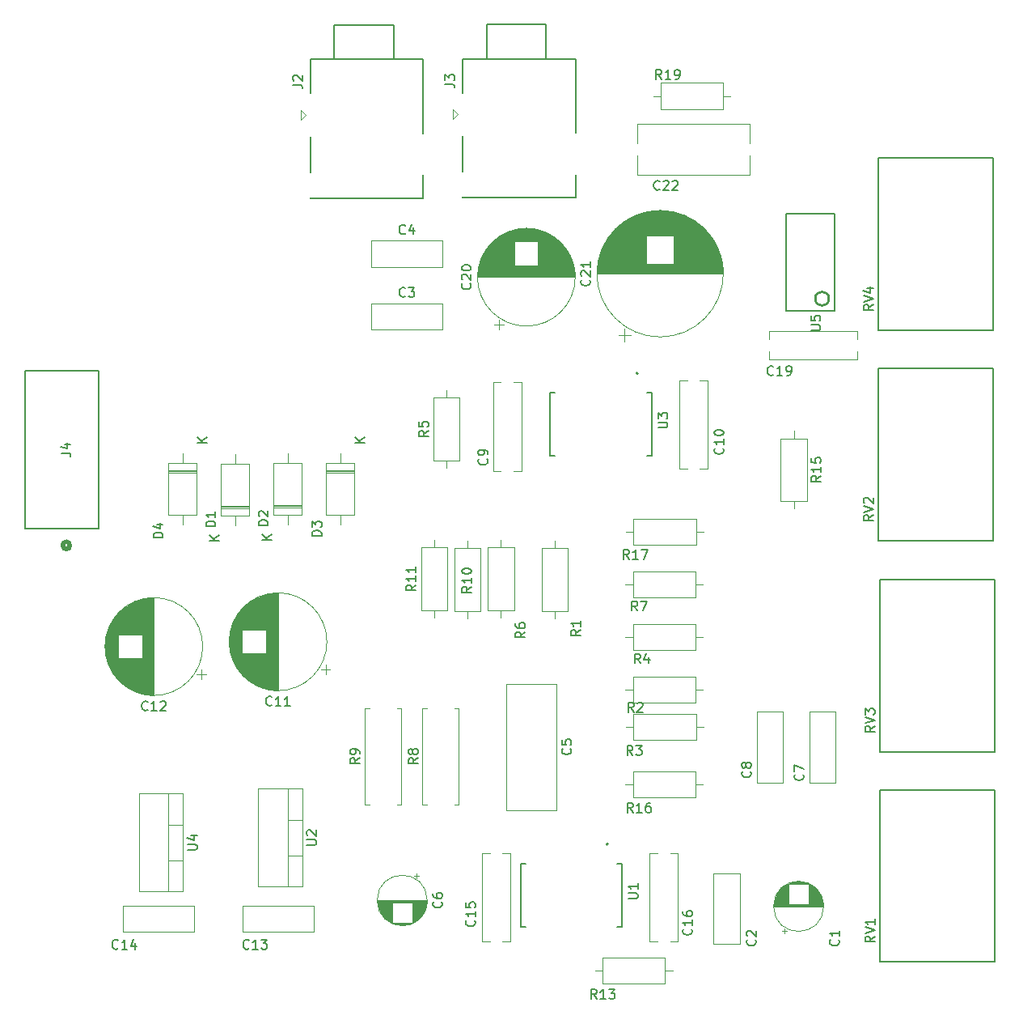
<source format=gto>
%TF.GenerationSoftware,KiCad,Pcbnew,8.0.8*%
%TF.CreationDate,2025-03-09T10:58:12-03:00*%
%TF.ProjectId,equalizador,65717561-6c69-47a6-9164-6f722e6b6963,rev?*%
%TF.SameCoordinates,Original*%
%TF.FileFunction,Legend,Top*%
%TF.FilePolarity,Positive*%
%FSLAX46Y46*%
G04 Gerber Fmt 4.6, Leading zero omitted, Abs format (unit mm)*
G04 Created by KiCad (PCBNEW 8.0.8) date 2025-03-09 10:58:12*
%MOMM*%
%LPD*%
G01*
G04 APERTURE LIST*
%ADD10C,0.150000*%
%ADD11C,0.127000*%
%ADD12C,0.200000*%
%ADD13C,0.120000*%
%ADD14C,0.203200*%
%ADD15C,0.254000*%
%ADD16C,0.152400*%
%ADD17C,0.508000*%
G04 APERTURE END LIST*
D10*
X115661476Y-132866076D02*
X116474710Y-132866076D01*
X116474710Y-132866076D02*
X116570384Y-132818239D01*
X116570384Y-132818239D02*
X116618222Y-132770402D01*
X116618222Y-132770402D02*
X116666059Y-132674727D01*
X116666059Y-132674727D02*
X116666059Y-132483378D01*
X116666059Y-132483378D02*
X116618222Y-132387703D01*
X116618222Y-132387703D02*
X116570384Y-132339866D01*
X116570384Y-132339866D02*
X116474710Y-132292029D01*
X116474710Y-132292029D02*
X115661476Y-132292029D01*
X116666059Y-131287446D02*
X116666059Y-131861493D01*
X116666059Y-131574470D02*
X115661476Y-131574470D01*
X115661476Y-131574470D02*
X115804988Y-131670144D01*
X115804988Y-131670144D02*
X115900662Y-131765819D01*
X115900662Y-131765819D02*
X115948500Y-131861493D01*
X104854819Y-104966666D02*
X104378628Y-105299999D01*
X104854819Y-105538094D02*
X103854819Y-105538094D01*
X103854819Y-105538094D02*
X103854819Y-105157142D01*
X103854819Y-105157142D02*
X103902438Y-105061904D01*
X103902438Y-105061904D02*
X103950057Y-105014285D01*
X103950057Y-105014285D02*
X104045295Y-104966666D01*
X104045295Y-104966666D02*
X104188152Y-104966666D01*
X104188152Y-104966666D02*
X104283390Y-105014285D01*
X104283390Y-105014285D02*
X104331009Y-105061904D01*
X104331009Y-105061904D02*
X104378628Y-105157142D01*
X104378628Y-105157142D02*
X104378628Y-105538094D01*
X103854819Y-104109523D02*
X103854819Y-104299999D01*
X103854819Y-104299999D02*
X103902438Y-104395237D01*
X103902438Y-104395237D02*
X103950057Y-104442856D01*
X103950057Y-104442856D02*
X104092914Y-104538094D01*
X104092914Y-104538094D02*
X104283390Y-104585713D01*
X104283390Y-104585713D02*
X104664342Y-104585713D01*
X104664342Y-104585713D02*
X104759580Y-104538094D01*
X104759580Y-104538094D02*
X104807200Y-104490475D01*
X104807200Y-104490475D02*
X104854819Y-104395237D01*
X104854819Y-104395237D02*
X104854819Y-104204761D01*
X104854819Y-104204761D02*
X104807200Y-104109523D01*
X104807200Y-104109523D02*
X104759580Y-104061904D01*
X104759580Y-104061904D02*
X104664342Y-104014285D01*
X104664342Y-104014285D02*
X104426247Y-104014285D01*
X104426247Y-104014285D02*
X104331009Y-104061904D01*
X104331009Y-104061904D02*
X104283390Y-104109523D01*
X104283390Y-104109523D02*
X104235771Y-104204761D01*
X104235771Y-104204761D02*
X104235771Y-104395237D01*
X104235771Y-104395237D02*
X104283390Y-104490475D01*
X104283390Y-104490475D02*
X104331009Y-104538094D01*
X104331009Y-104538094D02*
X104426247Y-104585713D01*
X141309819Y-92730238D02*
X140833628Y-93063571D01*
X141309819Y-93301666D02*
X140309819Y-93301666D01*
X140309819Y-93301666D02*
X140309819Y-92920714D01*
X140309819Y-92920714D02*
X140357438Y-92825476D01*
X140357438Y-92825476D02*
X140405057Y-92777857D01*
X140405057Y-92777857D02*
X140500295Y-92730238D01*
X140500295Y-92730238D02*
X140643152Y-92730238D01*
X140643152Y-92730238D02*
X140738390Y-92777857D01*
X140738390Y-92777857D02*
X140786009Y-92825476D01*
X140786009Y-92825476D02*
X140833628Y-92920714D01*
X140833628Y-92920714D02*
X140833628Y-93301666D01*
X140309819Y-92444523D02*
X141309819Y-92111190D01*
X141309819Y-92111190D02*
X140309819Y-91777857D01*
X140405057Y-91492142D02*
X140357438Y-91444523D01*
X140357438Y-91444523D02*
X140309819Y-91349285D01*
X140309819Y-91349285D02*
X140309819Y-91111190D01*
X140309819Y-91111190D02*
X140357438Y-91015952D01*
X140357438Y-91015952D02*
X140405057Y-90968333D01*
X140405057Y-90968333D02*
X140500295Y-90920714D01*
X140500295Y-90920714D02*
X140595533Y-90920714D01*
X140595533Y-90920714D02*
X140738390Y-90968333D01*
X140738390Y-90968333D02*
X141309819Y-91539761D01*
X141309819Y-91539761D02*
X141309819Y-90920714D01*
X77954819Y-93838094D02*
X76954819Y-93838094D01*
X76954819Y-93838094D02*
X76954819Y-93599999D01*
X76954819Y-93599999D02*
X77002438Y-93457142D01*
X77002438Y-93457142D02*
X77097676Y-93361904D01*
X77097676Y-93361904D02*
X77192914Y-93314285D01*
X77192914Y-93314285D02*
X77383390Y-93266666D01*
X77383390Y-93266666D02*
X77526247Y-93266666D01*
X77526247Y-93266666D02*
X77716723Y-93314285D01*
X77716723Y-93314285D02*
X77811961Y-93361904D01*
X77811961Y-93361904D02*
X77907200Y-93457142D01*
X77907200Y-93457142D02*
X77954819Y-93599999D01*
X77954819Y-93599999D02*
X77954819Y-93838094D01*
X77050057Y-92885713D02*
X77002438Y-92838094D01*
X77002438Y-92838094D02*
X76954819Y-92742856D01*
X76954819Y-92742856D02*
X76954819Y-92504761D01*
X76954819Y-92504761D02*
X77002438Y-92409523D01*
X77002438Y-92409523D02*
X77050057Y-92361904D01*
X77050057Y-92361904D02*
X77145295Y-92314285D01*
X77145295Y-92314285D02*
X77240533Y-92314285D01*
X77240533Y-92314285D02*
X77383390Y-92361904D01*
X77383390Y-92361904D02*
X77954819Y-92933332D01*
X77954819Y-92933332D02*
X77954819Y-92314285D01*
X78354819Y-95341904D02*
X77354819Y-95341904D01*
X78354819Y-94770476D02*
X77783390Y-95199047D01*
X77354819Y-94770476D02*
X77926247Y-95341904D01*
X115757142Y-97354819D02*
X115423809Y-96878628D01*
X115185714Y-97354819D02*
X115185714Y-96354819D01*
X115185714Y-96354819D02*
X115566666Y-96354819D01*
X115566666Y-96354819D02*
X115661904Y-96402438D01*
X115661904Y-96402438D02*
X115709523Y-96450057D01*
X115709523Y-96450057D02*
X115757142Y-96545295D01*
X115757142Y-96545295D02*
X115757142Y-96688152D01*
X115757142Y-96688152D02*
X115709523Y-96783390D01*
X115709523Y-96783390D02*
X115661904Y-96831009D01*
X115661904Y-96831009D02*
X115566666Y-96878628D01*
X115566666Y-96878628D02*
X115185714Y-96878628D01*
X116709523Y-97354819D02*
X116138095Y-97354819D01*
X116423809Y-97354819D02*
X116423809Y-96354819D01*
X116423809Y-96354819D02*
X116328571Y-96497676D01*
X116328571Y-96497676D02*
X116233333Y-96592914D01*
X116233333Y-96592914D02*
X116138095Y-96640533D01*
X117042857Y-96354819D02*
X117709523Y-96354819D01*
X117709523Y-96354819D02*
X117280952Y-97354819D01*
X116233333Y-113354819D02*
X115900000Y-112878628D01*
X115661905Y-113354819D02*
X115661905Y-112354819D01*
X115661905Y-112354819D02*
X116042857Y-112354819D01*
X116042857Y-112354819D02*
X116138095Y-112402438D01*
X116138095Y-112402438D02*
X116185714Y-112450057D01*
X116185714Y-112450057D02*
X116233333Y-112545295D01*
X116233333Y-112545295D02*
X116233333Y-112688152D01*
X116233333Y-112688152D02*
X116185714Y-112783390D01*
X116185714Y-112783390D02*
X116138095Y-112831009D01*
X116138095Y-112831009D02*
X116042857Y-112878628D01*
X116042857Y-112878628D02*
X115661905Y-112878628D01*
X116614286Y-112450057D02*
X116661905Y-112402438D01*
X116661905Y-112402438D02*
X116757143Y-112354819D01*
X116757143Y-112354819D02*
X116995238Y-112354819D01*
X116995238Y-112354819D02*
X117090476Y-112402438D01*
X117090476Y-112402438D02*
X117138095Y-112450057D01*
X117138095Y-112450057D02*
X117185714Y-112545295D01*
X117185714Y-112545295D02*
X117185714Y-112640533D01*
X117185714Y-112640533D02*
X117138095Y-112783390D01*
X117138095Y-112783390D02*
X116566667Y-113354819D01*
X116566667Y-113354819D02*
X117185714Y-113354819D01*
X112357142Y-143354819D02*
X112023809Y-142878628D01*
X111785714Y-143354819D02*
X111785714Y-142354819D01*
X111785714Y-142354819D02*
X112166666Y-142354819D01*
X112166666Y-142354819D02*
X112261904Y-142402438D01*
X112261904Y-142402438D02*
X112309523Y-142450057D01*
X112309523Y-142450057D02*
X112357142Y-142545295D01*
X112357142Y-142545295D02*
X112357142Y-142688152D01*
X112357142Y-142688152D02*
X112309523Y-142783390D01*
X112309523Y-142783390D02*
X112261904Y-142831009D01*
X112261904Y-142831009D02*
X112166666Y-142878628D01*
X112166666Y-142878628D02*
X111785714Y-142878628D01*
X113309523Y-143354819D02*
X112738095Y-143354819D01*
X113023809Y-143354819D02*
X113023809Y-142354819D01*
X113023809Y-142354819D02*
X112928571Y-142497676D01*
X112928571Y-142497676D02*
X112833333Y-142592914D01*
X112833333Y-142592914D02*
X112738095Y-142640533D01*
X113642857Y-142354819D02*
X114261904Y-142354819D01*
X114261904Y-142354819D02*
X113928571Y-142735771D01*
X113928571Y-142735771D02*
X114071428Y-142735771D01*
X114071428Y-142735771D02*
X114166666Y-142783390D01*
X114166666Y-142783390D02*
X114214285Y-142831009D01*
X114214285Y-142831009D02*
X114261904Y-142926247D01*
X114261904Y-142926247D02*
X114261904Y-143164342D01*
X114261904Y-143164342D02*
X114214285Y-143259580D01*
X114214285Y-143259580D02*
X114166666Y-143307200D01*
X114166666Y-143307200D02*
X114071428Y-143354819D01*
X114071428Y-143354819D02*
X113785714Y-143354819D01*
X113785714Y-143354819D02*
X113690476Y-143307200D01*
X113690476Y-143307200D02*
X113642857Y-143259580D01*
X96109580Y-133211554D02*
X96157200Y-133259173D01*
X96157200Y-133259173D02*
X96204819Y-133402030D01*
X96204819Y-133402030D02*
X96204819Y-133497268D01*
X96204819Y-133497268D02*
X96157200Y-133640125D01*
X96157200Y-133640125D02*
X96061961Y-133735363D01*
X96061961Y-133735363D02*
X95966723Y-133782982D01*
X95966723Y-133782982D02*
X95776247Y-133830601D01*
X95776247Y-133830601D02*
X95633390Y-133830601D01*
X95633390Y-133830601D02*
X95442914Y-133782982D01*
X95442914Y-133782982D02*
X95347676Y-133735363D01*
X95347676Y-133735363D02*
X95252438Y-133640125D01*
X95252438Y-133640125D02*
X95204819Y-133497268D01*
X95204819Y-133497268D02*
X95204819Y-133402030D01*
X95204819Y-133402030D02*
X95252438Y-133259173D01*
X95252438Y-133259173D02*
X95300057Y-133211554D01*
X95204819Y-132354411D02*
X95204819Y-132544887D01*
X95204819Y-132544887D02*
X95252438Y-132640125D01*
X95252438Y-132640125D02*
X95300057Y-132687744D01*
X95300057Y-132687744D02*
X95442914Y-132782982D01*
X95442914Y-132782982D02*
X95633390Y-132830601D01*
X95633390Y-132830601D02*
X96014342Y-132830601D01*
X96014342Y-132830601D02*
X96109580Y-132782982D01*
X96109580Y-132782982D02*
X96157200Y-132735363D01*
X96157200Y-132735363D02*
X96204819Y-132640125D01*
X96204819Y-132640125D02*
X96204819Y-132449649D01*
X96204819Y-132449649D02*
X96157200Y-132354411D01*
X96157200Y-132354411D02*
X96109580Y-132306792D01*
X96109580Y-132306792D02*
X96014342Y-132259173D01*
X96014342Y-132259173D02*
X95776247Y-132259173D01*
X95776247Y-132259173D02*
X95681009Y-132306792D01*
X95681009Y-132306792D02*
X95633390Y-132354411D01*
X95633390Y-132354411D02*
X95585771Y-132449649D01*
X95585771Y-132449649D02*
X95585771Y-132640125D01*
X95585771Y-132640125D02*
X95633390Y-132735363D01*
X95633390Y-132735363D02*
X95681009Y-132782982D01*
X95681009Y-132782982D02*
X95776247Y-132830601D01*
X75957142Y-138059580D02*
X75909523Y-138107200D01*
X75909523Y-138107200D02*
X75766666Y-138154819D01*
X75766666Y-138154819D02*
X75671428Y-138154819D01*
X75671428Y-138154819D02*
X75528571Y-138107200D01*
X75528571Y-138107200D02*
X75433333Y-138011961D01*
X75433333Y-138011961D02*
X75385714Y-137916723D01*
X75385714Y-137916723D02*
X75338095Y-137726247D01*
X75338095Y-137726247D02*
X75338095Y-137583390D01*
X75338095Y-137583390D02*
X75385714Y-137392914D01*
X75385714Y-137392914D02*
X75433333Y-137297676D01*
X75433333Y-137297676D02*
X75528571Y-137202438D01*
X75528571Y-137202438D02*
X75671428Y-137154819D01*
X75671428Y-137154819D02*
X75766666Y-137154819D01*
X75766666Y-137154819D02*
X75909523Y-137202438D01*
X75909523Y-137202438D02*
X75957142Y-137250057D01*
X76909523Y-138154819D02*
X76338095Y-138154819D01*
X76623809Y-138154819D02*
X76623809Y-137154819D01*
X76623809Y-137154819D02*
X76528571Y-137297676D01*
X76528571Y-137297676D02*
X76433333Y-137392914D01*
X76433333Y-137392914D02*
X76338095Y-137440533D01*
X77242857Y-137154819D02*
X77861904Y-137154819D01*
X77861904Y-137154819D02*
X77528571Y-137535771D01*
X77528571Y-137535771D02*
X77671428Y-137535771D01*
X77671428Y-137535771D02*
X77766666Y-137583390D01*
X77766666Y-137583390D02*
X77814285Y-137631009D01*
X77814285Y-137631009D02*
X77861904Y-137726247D01*
X77861904Y-137726247D02*
X77861904Y-137964342D01*
X77861904Y-137964342D02*
X77814285Y-138059580D01*
X77814285Y-138059580D02*
X77766666Y-138107200D01*
X77766666Y-138107200D02*
X77671428Y-138154819D01*
X77671428Y-138154819D02*
X77385714Y-138154819D01*
X77385714Y-138154819D02*
X77290476Y-138107200D01*
X77290476Y-138107200D02*
X77242857Y-138059580D01*
X80554819Y-47733333D02*
X81269104Y-47733333D01*
X81269104Y-47733333D02*
X81411961Y-47780952D01*
X81411961Y-47780952D02*
X81507200Y-47876190D01*
X81507200Y-47876190D02*
X81554819Y-48019047D01*
X81554819Y-48019047D02*
X81554819Y-48114285D01*
X80650057Y-47304761D02*
X80602438Y-47257142D01*
X80602438Y-47257142D02*
X80554819Y-47161904D01*
X80554819Y-47161904D02*
X80554819Y-46923809D01*
X80554819Y-46923809D02*
X80602438Y-46828571D01*
X80602438Y-46828571D02*
X80650057Y-46780952D01*
X80650057Y-46780952D02*
X80745295Y-46733333D01*
X80745295Y-46733333D02*
X80840533Y-46733333D01*
X80840533Y-46733333D02*
X80983390Y-46780952D01*
X80983390Y-46780952D02*
X81554819Y-47352380D01*
X81554819Y-47352380D02*
X81554819Y-46733333D01*
X72454819Y-93938094D02*
X71454819Y-93938094D01*
X71454819Y-93938094D02*
X71454819Y-93699999D01*
X71454819Y-93699999D02*
X71502438Y-93557142D01*
X71502438Y-93557142D02*
X71597676Y-93461904D01*
X71597676Y-93461904D02*
X71692914Y-93414285D01*
X71692914Y-93414285D02*
X71883390Y-93366666D01*
X71883390Y-93366666D02*
X72026247Y-93366666D01*
X72026247Y-93366666D02*
X72216723Y-93414285D01*
X72216723Y-93414285D02*
X72311961Y-93461904D01*
X72311961Y-93461904D02*
X72407200Y-93557142D01*
X72407200Y-93557142D02*
X72454819Y-93699999D01*
X72454819Y-93699999D02*
X72454819Y-93938094D01*
X72454819Y-92414285D02*
X72454819Y-92985713D01*
X72454819Y-92699999D02*
X71454819Y-92699999D01*
X71454819Y-92699999D02*
X71597676Y-92795237D01*
X71597676Y-92795237D02*
X71692914Y-92890475D01*
X71692914Y-92890475D02*
X71740533Y-92985713D01*
X72854819Y-95421904D02*
X71854819Y-95421904D01*
X72854819Y-94850476D02*
X72283390Y-95279047D01*
X71854819Y-94850476D02*
X72426247Y-95421904D01*
X99559580Y-135142857D02*
X99607200Y-135190476D01*
X99607200Y-135190476D02*
X99654819Y-135333333D01*
X99654819Y-135333333D02*
X99654819Y-135428571D01*
X99654819Y-135428571D02*
X99607200Y-135571428D01*
X99607200Y-135571428D02*
X99511961Y-135666666D01*
X99511961Y-135666666D02*
X99416723Y-135714285D01*
X99416723Y-135714285D02*
X99226247Y-135761904D01*
X99226247Y-135761904D02*
X99083390Y-135761904D01*
X99083390Y-135761904D02*
X98892914Y-135714285D01*
X98892914Y-135714285D02*
X98797676Y-135666666D01*
X98797676Y-135666666D02*
X98702438Y-135571428D01*
X98702438Y-135571428D02*
X98654819Y-135428571D01*
X98654819Y-135428571D02*
X98654819Y-135333333D01*
X98654819Y-135333333D02*
X98702438Y-135190476D01*
X98702438Y-135190476D02*
X98750057Y-135142857D01*
X99654819Y-134190476D02*
X99654819Y-134761904D01*
X99654819Y-134476190D02*
X98654819Y-134476190D01*
X98654819Y-134476190D02*
X98797676Y-134571428D01*
X98797676Y-134571428D02*
X98892914Y-134666666D01*
X98892914Y-134666666D02*
X98940533Y-134761904D01*
X98654819Y-133285714D02*
X98654819Y-133761904D01*
X98654819Y-133761904D02*
X99131009Y-133809523D01*
X99131009Y-133809523D02*
X99083390Y-133761904D01*
X99083390Y-133761904D02*
X99035771Y-133666666D01*
X99035771Y-133666666D02*
X99035771Y-133428571D01*
X99035771Y-133428571D02*
X99083390Y-133333333D01*
X99083390Y-133333333D02*
X99131009Y-133285714D01*
X99131009Y-133285714D02*
X99226247Y-133238095D01*
X99226247Y-133238095D02*
X99464342Y-133238095D01*
X99464342Y-133238095D02*
X99559580Y-133285714D01*
X99559580Y-133285714D02*
X99607200Y-133333333D01*
X99607200Y-133333333D02*
X99654819Y-133428571D01*
X99654819Y-133428571D02*
X99654819Y-133666666D01*
X99654819Y-133666666D02*
X99607200Y-133761904D01*
X99607200Y-133761904D02*
X99559580Y-133809523D01*
X82012319Y-127261904D02*
X82821842Y-127261904D01*
X82821842Y-127261904D02*
X82917080Y-127214285D01*
X82917080Y-127214285D02*
X82964700Y-127166666D01*
X82964700Y-127166666D02*
X83012319Y-127071428D01*
X83012319Y-127071428D02*
X83012319Y-126880952D01*
X83012319Y-126880952D02*
X82964700Y-126785714D01*
X82964700Y-126785714D02*
X82917080Y-126738095D01*
X82917080Y-126738095D02*
X82821842Y-126690476D01*
X82821842Y-126690476D02*
X82012319Y-126690476D01*
X82107557Y-126261904D02*
X82059938Y-126214285D01*
X82059938Y-126214285D02*
X82012319Y-126119047D01*
X82012319Y-126119047D02*
X82012319Y-125880952D01*
X82012319Y-125880952D02*
X82059938Y-125785714D01*
X82059938Y-125785714D02*
X82107557Y-125738095D01*
X82107557Y-125738095D02*
X82202795Y-125690476D01*
X82202795Y-125690476D02*
X82298033Y-125690476D01*
X82298033Y-125690476D02*
X82440890Y-125738095D01*
X82440890Y-125738095D02*
X83012319Y-126309523D01*
X83012319Y-126309523D02*
X83012319Y-125690476D01*
X99109580Y-68510534D02*
X99157200Y-68558153D01*
X99157200Y-68558153D02*
X99204819Y-68701010D01*
X99204819Y-68701010D02*
X99204819Y-68796248D01*
X99204819Y-68796248D02*
X99157200Y-68939105D01*
X99157200Y-68939105D02*
X99061961Y-69034343D01*
X99061961Y-69034343D02*
X98966723Y-69081962D01*
X98966723Y-69081962D02*
X98776247Y-69129581D01*
X98776247Y-69129581D02*
X98633390Y-69129581D01*
X98633390Y-69129581D02*
X98442914Y-69081962D01*
X98442914Y-69081962D02*
X98347676Y-69034343D01*
X98347676Y-69034343D02*
X98252438Y-68939105D01*
X98252438Y-68939105D02*
X98204819Y-68796248D01*
X98204819Y-68796248D02*
X98204819Y-68701010D01*
X98204819Y-68701010D02*
X98252438Y-68558153D01*
X98252438Y-68558153D02*
X98300057Y-68510534D01*
X98300057Y-68129581D02*
X98252438Y-68081962D01*
X98252438Y-68081962D02*
X98204819Y-67986724D01*
X98204819Y-67986724D02*
X98204819Y-67748629D01*
X98204819Y-67748629D02*
X98252438Y-67653391D01*
X98252438Y-67653391D02*
X98300057Y-67605772D01*
X98300057Y-67605772D02*
X98395295Y-67558153D01*
X98395295Y-67558153D02*
X98490533Y-67558153D01*
X98490533Y-67558153D02*
X98633390Y-67605772D01*
X98633390Y-67605772D02*
X99204819Y-68177200D01*
X99204819Y-68177200D02*
X99204819Y-67558153D01*
X98204819Y-66939105D02*
X98204819Y-66843867D01*
X98204819Y-66843867D02*
X98252438Y-66748629D01*
X98252438Y-66748629D02*
X98300057Y-66701010D01*
X98300057Y-66701010D02*
X98395295Y-66653391D01*
X98395295Y-66653391D02*
X98585771Y-66605772D01*
X98585771Y-66605772D02*
X98823866Y-66605772D01*
X98823866Y-66605772D02*
X99014342Y-66653391D01*
X99014342Y-66653391D02*
X99109580Y-66701010D01*
X99109580Y-66701010D02*
X99157200Y-66748629D01*
X99157200Y-66748629D02*
X99204819Y-66843867D01*
X99204819Y-66843867D02*
X99204819Y-66939105D01*
X99204819Y-66939105D02*
X99157200Y-67034343D01*
X99157200Y-67034343D02*
X99109580Y-67081962D01*
X99109580Y-67081962D02*
X99014342Y-67129581D01*
X99014342Y-67129581D02*
X98823866Y-67177200D01*
X98823866Y-67177200D02*
X98585771Y-67177200D01*
X98585771Y-67177200D02*
X98395295Y-67129581D01*
X98395295Y-67129581D02*
X98300057Y-67081962D01*
X98300057Y-67081962D02*
X98252438Y-67034343D01*
X98252438Y-67034343D02*
X98204819Y-66939105D01*
X134779951Y-73432310D02*
X135590661Y-73432310D01*
X135590661Y-73432310D02*
X135686039Y-73384622D01*
X135686039Y-73384622D02*
X135733728Y-73336933D01*
X135733728Y-73336933D02*
X135781416Y-73241555D01*
X135781416Y-73241555D02*
X135781416Y-73050800D01*
X135781416Y-73050800D02*
X135733728Y-72955422D01*
X135733728Y-72955422D02*
X135686039Y-72907734D01*
X135686039Y-72907734D02*
X135590661Y-72860045D01*
X135590661Y-72860045D02*
X134779951Y-72860045D01*
X134779951Y-71906268D02*
X134779951Y-72383156D01*
X134779951Y-72383156D02*
X135256839Y-72430845D01*
X135256839Y-72430845D02*
X135209151Y-72383156D01*
X135209151Y-72383156D02*
X135161462Y-72287779D01*
X135161462Y-72287779D02*
X135161462Y-72049335D01*
X135161462Y-72049335D02*
X135209151Y-71953957D01*
X135209151Y-71953957D02*
X135256839Y-71906268D01*
X135256839Y-71906268D02*
X135352217Y-71858580D01*
X135352217Y-71858580D02*
X135590661Y-71858580D01*
X135590661Y-71858580D02*
X135686039Y-71906268D01*
X135686039Y-71906268D02*
X135733728Y-71953957D01*
X135733728Y-71953957D02*
X135781416Y-72049335D01*
X135781416Y-72049335D02*
X135781416Y-72287779D01*
X135781416Y-72287779D02*
X135733728Y-72383156D01*
X135733728Y-72383156D02*
X135686039Y-72430845D01*
X62257142Y-138059580D02*
X62209523Y-138107200D01*
X62209523Y-138107200D02*
X62066666Y-138154819D01*
X62066666Y-138154819D02*
X61971428Y-138154819D01*
X61971428Y-138154819D02*
X61828571Y-138107200D01*
X61828571Y-138107200D02*
X61733333Y-138011961D01*
X61733333Y-138011961D02*
X61685714Y-137916723D01*
X61685714Y-137916723D02*
X61638095Y-137726247D01*
X61638095Y-137726247D02*
X61638095Y-137583390D01*
X61638095Y-137583390D02*
X61685714Y-137392914D01*
X61685714Y-137392914D02*
X61733333Y-137297676D01*
X61733333Y-137297676D02*
X61828571Y-137202438D01*
X61828571Y-137202438D02*
X61971428Y-137154819D01*
X61971428Y-137154819D02*
X62066666Y-137154819D01*
X62066666Y-137154819D02*
X62209523Y-137202438D01*
X62209523Y-137202438D02*
X62257142Y-137250057D01*
X63209523Y-138154819D02*
X62638095Y-138154819D01*
X62923809Y-138154819D02*
X62923809Y-137154819D01*
X62923809Y-137154819D02*
X62828571Y-137297676D01*
X62828571Y-137297676D02*
X62733333Y-137392914D01*
X62733333Y-137392914D02*
X62638095Y-137440533D01*
X64066666Y-137488152D02*
X64066666Y-138154819D01*
X63828571Y-137107200D02*
X63590476Y-137821485D01*
X63590476Y-137821485D02*
X64209523Y-137821485D01*
X128959580Y-137166666D02*
X129007200Y-137214285D01*
X129007200Y-137214285D02*
X129054819Y-137357142D01*
X129054819Y-137357142D02*
X129054819Y-137452380D01*
X129054819Y-137452380D02*
X129007200Y-137595237D01*
X129007200Y-137595237D02*
X128911961Y-137690475D01*
X128911961Y-137690475D02*
X128816723Y-137738094D01*
X128816723Y-137738094D02*
X128626247Y-137785713D01*
X128626247Y-137785713D02*
X128483390Y-137785713D01*
X128483390Y-137785713D02*
X128292914Y-137738094D01*
X128292914Y-137738094D02*
X128197676Y-137690475D01*
X128197676Y-137690475D02*
X128102438Y-137595237D01*
X128102438Y-137595237D02*
X128054819Y-137452380D01*
X128054819Y-137452380D02*
X128054819Y-137357142D01*
X128054819Y-137357142D02*
X128102438Y-137214285D01*
X128102438Y-137214285D02*
X128150057Y-137166666D01*
X128150057Y-136785713D02*
X128102438Y-136738094D01*
X128102438Y-136738094D02*
X128054819Y-136642856D01*
X128054819Y-136642856D02*
X128054819Y-136404761D01*
X128054819Y-136404761D02*
X128102438Y-136309523D01*
X128102438Y-136309523D02*
X128150057Y-136261904D01*
X128150057Y-136261904D02*
X128245295Y-136214285D01*
X128245295Y-136214285D02*
X128340533Y-136214285D01*
X128340533Y-136214285D02*
X128483390Y-136261904D01*
X128483390Y-136261904D02*
X129054819Y-136833332D01*
X129054819Y-136833332D02*
X129054819Y-136214285D01*
X118781476Y-83616076D02*
X119594710Y-83616076D01*
X119594710Y-83616076D02*
X119690384Y-83568239D01*
X119690384Y-83568239D02*
X119738222Y-83520402D01*
X119738222Y-83520402D02*
X119786059Y-83424727D01*
X119786059Y-83424727D02*
X119786059Y-83233378D01*
X119786059Y-83233378D02*
X119738222Y-83137703D01*
X119738222Y-83137703D02*
X119690384Y-83089866D01*
X119690384Y-83089866D02*
X119594710Y-83042029D01*
X119594710Y-83042029D02*
X118781476Y-83042029D01*
X118781476Y-82659331D02*
X118781476Y-82037446D01*
X118781476Y-82037446D02*
X119164174Y-82372307D01*
X119164174Y-82372307D02*
X119164174Y-82228795D01*
X119164174Y-82228795D02*
X119212011Y-82133121D01*
X119212011Y-82133121D02*
X119259849Y-82085283D01*
X119259849Y-82085283D02*
X119355523Y-82037446D01*
X119355523Y-82037446D02*
X119594710Y-82037446D01*
X119594710Y-82037446D02*
X119690384Y-82085283D01*
X119690384Y-82085283D02*
X119738222Y-82133121D01*
X119738222Y-82133121D02*
X119786059Y-82228795D01*
X119786059Y-82228795D02*
X119786059Y-82515819D01*
X119786059Y-82515819D02*
X119738222Y-82611493D01*
X119738222Y-82611493D02*
X119690384Y-82659331D01*
X66954819Y-95138094D02*
X65954819Y-95138094D01*
X65954819Y-95138094D02*
X65954819Y-94899999D01*
X65954819Y-94899999D02*
X66002438Y-94757142D01*
X66002438Y-94757142D02*
X66097676Y-94661904D01*
X66097676Y-94661904D02*
X66192914Y-94614285D01*
X66192914Y-94614285D02*
X66383390Y-94566666D01*
X66383390Y-94566666D02*
X66526247Y-94566666D01*
X66526247Y-94566666D02*
X66716723Y-94614285D01*
X66716723Y-94614285D02*
X66811961Y-94661904D01*
X66811961Y-94661904D02*
X66907200Y-94757142D01*
X66907200Y-94757142D02*
X66954819Y-94899999D01*
X66954819Y-94899999D02*
X66954819Y-95138094D01*
X66288152Y-93709523D02*
X66954819Y-93709523D01*
X65907200Y-93947618D02*
X66621485Y-94185713D01*
X66621485Y-94185713D02*
X66621485Y-93566666D01*
X71554819Y-85181904D02*
X70554819Y-85181904D01*
X71554819Y-84610476D02*
X70983390Y-85039047D01*
X70554819Y-84610476D02*
X71126247Y-85181904D01*
X116133333Y-117854819D02*
X115800000Y-117378628D01*
X115561905Y-117854819D02*
X115561905Y-116854819D01*
X115561905Y-116854819D02*
X115942857Y-116854819D01*
X115942857Y-116854819D02*
X116038095Y-116902438D01*
X116038095Y-116902438D02*
X116085714Y-116950057D01*
X116085714Y-116950057D02*
X116133333Y-117045295D01*
X116133333Y-117045295D02*
X116133333Y-117188152D01*
X116133333Y-117188152D02*
X116085714Y-117283390D01*
X116085714Y-117283390D02*
X116038095Y-117331009D01*
X116038095Y-117331009D02*
X115942857Y-117378628D01*
X115942857Y-117378628D02*
X115561905Y-117378628D01*
X116466667Y-116854819D02*
X117085714Y-116854819D01*
X117085714Y-116854819D02*
X116752381Y-117235771D01*
X116752381Y-117235771D02*
X116895238Y-117235771D01*
X116895238Y-117235771D02*
X116990476Y-117283390D01*
X116990476Y-117283390D02*
X117038095Y-117331009D01*
X117038095Y-117331009D02*
X117085714Y-117426247D01*
X117085714Y-117426247D02*
X117085714Y-117664342D01*
X117085714Y-117664342D02*
X117038095Y-117759580D01*
X117038095Y-117759580D02*
X116990476Y-117807200D01*
X116990476Y-117807200D02*
X116895238Y-117854819D01*
X116895238Y-117854819D02*
X116609524Y-117854819D01*
X116609524Y-117854819D02*
X116514286Y-117807200D01*
X116514286Y-117807200D02*
X116466667Y-117759580D01*
X69512319Y-127761904D02*
X70321842Y-127761904D01*
X70321842Y-127761904D02*
X70417080Y-127714285D01*
X70417080Y-127714285D02*
X70464700Y-127666666D01*
X70464700Y-127666666D02*
X70512319Y-127571428D01*
X70512319Y-127571428D02*
X70512319Y-127380952D01*
X70512319Y-127380952D02*
X70464700Y-127285714D01*
X70464700Y-127285714D02*
X70417080Y-127238095D01*
X70417080Y-127238095D02*
X70321842Y-127190476D01*
X70321842Y-127190476D02*
X69512319Y-127190476D01*
X69845652Y-126285714D02*
X70512319Y-126285714D01*
X69464700Y-126523809D02*
X70178985Y-126761904D01*
X70178985Y-126761904D02*
X70178985Y-126142857D01*
X93654819Y-118166666D02*
X93178628Y-118499999D01*
X93654819Y-118738094D02*
X92654819Y-118738094D01*
X92654819Y-118738094D02*
X92654819Y-118357142D01*
X92654819Y-118357142D02*
X92702438Y-118261904D01*
X92702438Y-118261904D02*
X92750057Y-118214285D01*
X92750057Y-118214285D02*
X92845295Y-118166666D01*
X92845295Y-118166666D02*
X92988152Y-118166666D01*
X92988152Y-118166666D02*
X93083390Y-118214285D01*
X93083390Y-118214285D02*
X93131009Y-118261904D01*
X93131009Y-118261904D02*
X93178628Y-118357142D01*
X93178628Y-118357142D02*
X93178628Y-118738094D01*
X93083390Y-117595237D02*
X93035771Y-117690475D01*
X93035771Y-117690475D02*
X92988152Y-117738094D01*
X92988152Y-117738094D02*
X92892914Y-117785713D01*
X92892914Y-117785713D02*
X92845295Y-117785713D01*
X92845295Y-117785713D02*
X92750057Y-117738094D01*
X92750057Y-117738094D02*
X92702438Y-117690475D01*
X92702438Y-117690475D02*
X92654819Y-117595237D01*
X92654819Y-117595237D02*
X92654819Y-117404761D01*
X92654819Y-117404761D02*
X92702438Y-117309523D01*
X92702438Y-117309523D02*
X92750057Y-117261904D01*
X92750057Y-117261904D02*
X92845295Y-117214285D01*
X92845295Y-117214285D02*
X92892914Y-117214285D01*
X92892914Y-117214285D02*
X92988152Y-117261904D01*
X92988152Y-117261904D02*
X93035771Y-117309523D01*
X93035771Y-117309523D02*
X93083390Y-117404761D01*
X93083390Y-117404761D02*
X93083390Y-117595237D01*
X93083390Y-117595237D02*
X93131009Y-117690475D01*
X93131009Y-117690475D02*
X93178628Y-117738094D01*
X93178628Y-117738094D02*
X93273866Y-117785713D01*
X93273866Y-117785713D02*
X93464342Y-117785713D01*
X93464342Y-117785713D02*
X93559580Y-117738094D01*
X93559580Y-117738094D02*
X93607200Y-117690475D01*
X93607200Y-117690475D02*
X93654819Y-117595237D01*
X93654819Y-117595237D02*
X93654819Y-117404761D01*
X93654819Y-117404761D02*
X93607200Y-117309523D01*
X93607200Y-117309523D02*
X93559580Y-117261904D01*
X93559580Y-117261904D02*
X93464342Y-117214285D01*
X93464342Y-117214285D02*
X93273866Y-117214285D01*
X93273866Y-117214285D02*
X93178628Y-117261904D01*
X93178628Y-117261904D02*
X93131009Y-117309523D01*
X93131009Y-117309523D02*
X93083390Y-117404761D01*
X125559580Y-85742857D02*
X125607200Y-85790476D01*
X125607200Y-85790476D02*
X125654819Y-85933333D01*
X125654819Y-85933333D02*
X125654819Y-86028571D01*
X125654819Y-86028571D02*
X125607200Y-86171428D01*
X125607200Y-86171428D02*
X125511961Y-86266666D01*
X125511961Y-86266666D02*
X125416723Y-86314285D01*
X125416723Y-86314285D02*
X125226247Y-86361904D01*
X125226247Y-86361904D02*
X125083390Y-86361904D01*
X125083390Y-86361904D02*
X124892914Y-86314285D01*
X124892914Y-86314285D02*
X124797676Y-86266666D01*
X124797676Y-86266666D02*
X124702438Y-86171428D01*
X124702438Y-86171428D02*
X124654819Y-86028571D01*
X124654819Y-86028571D02*
X124654819Y-85933333D01*
X124654819Y-85933333D02*
X124702438Y-85790476D01*
X124702438Y-85790476D02*
X124750057Y-85742857D01*
X125654819Y-84790476D02*
X125654819Y-85361904D01*
X125654819Y-85076190D02*
X124654819Y-85076190D01*
X124654819Y-85076190D02*
X124797676Y-85171428D01*
X124797676Y-85171428D02*
X124892914Y-85266666D01*
X124892914Y-85266666D02*
X124940533Y-85361904D01*
X124654819Y-84171428D02*
X124654819Y-84076190D01*
X124654819Y-84076190D02*
X124702438Y-83980952D01*
X124702438Y-83980952D02*
X124750057Y-83933333D01*
X124750057Y-83933333D02*
X124845295Y-83885714D01*
X124845295Y-83885714D02*
X125035771Y-83838095D01*
X125035771Y-83838095D02*
X125273866Y-83838095D01*
X125273866Y-83838095D02*
X125464342Y-83885714D01*
X125464342Y-83885714D02*
X125559580Y-83933333D01*
X125559580Y-83933333D02*
X125607200Y-83980952D01*
X125607200Y-83980952D02*
X125654819Y-84076190D01*
X125654819Y-84076190D02*
X125654819Y-84171428D01*
X125654819Y-84171428D02*
X125607200Y-84266666D01*
X125607200Y-84266666D02*
X125559580Y-84314285D01*
X125559580Y-84314285D02*
X125464342Y-84361904D01*
X125464342Y-84361904D02*
X125273866Y-84409523D01*
X125273866Y-84409523D02*
X125035771Y-84409523D01*
X125035771Y-84409523D02*
X124845295Y-84361904D01*
X124845295Y-84361904D02*
X124750057Y-84314285D01*
X124750057Y-84314285D02*
X124702438Y-84266666D01*
X124702438Y-84266666D02*
X124654819Y-84171428D01*
X130857142Y-78059580D02*
X130809523Y-78107200D01*
X130809523Y-78107200D02*
X130666666Y-78154819D01*
X130666666Y-78154819D02*
X130571428Y-78154819D01*
X130571428Y-78154819D02*
X130428571Y-78107200D01*
X130428571Y-78107200D02*
X130333333Y-78011961D01*
X130333333Y-78011961D02*
X130285714Y-77916723D01*
X130285714Y-77916723D02*
X130238095Y-77726247D01*
X130238095Y-77726247D02*
X130238095Y-77583390D01*
X130238095Y-77583390D02*
X130285714Y-77392914D01*
X130285714Y-77392914D02*
X130333333Y-77297676D01*
X130333333Y-77297676D02*
X130428571Y-77202438D01*
X130428571Y-77202438D02*
X130571428Y-77154819D01*
X130571428Y-77154819D02*
X130666666Y-77154819D01*
X130666666Y-77154819D02*
X130809523Y-77202438D01*
X130809523Y-77202438D02*
X130857142Y-77250057D01*
X131809523Y-78154819D02*
X131238095Y-78154819D01*
X131523809Y-78154819D02*
X131523809Y-77154819D01*
X131523809Y-77154819D02*
X131428571Y-77297676D01*
X131428571Y-77297676D02*
X131333333Y-77392914D01*
X131333333Y-77392914D02*
X131238095Y-77440533D01*
X132285714Y-78154819D02*
X132476190Y-78154819D01*
X132476190Y-78154819D02*
X132571428Y-78107200D01*
X132571428Y-78107200D02*
X132619047Y-78059580D01*
X132619047Y-78059580D02*
X132714285Y-77916723D01*
X132714285Y-77916723D02*
X132761904Y-77726247D01*
X132761904Y-77726247D02*
X132761904Y-77345295D01*
X132761904Y-77345295D02*
X132714285Y-77250057D01*
X132714285Y-77250057D02*
X132666666Y-77202438D01*
X132666666Y-77202438D02*
X132571428Y-77154819D01*
X132571428Y-77154819D02*
X132380952Y-77154819D01*
X132380952Y-77154819D02*
X132285714Y-77202438D01*
X132285714Y-77202438D02*
X132238095Y-77250057D01*
X132238095Y-77250057D02*
X132190476Y-77345295D01*
X132190476Y-77345295D02*
X132190476Y-77583390D01*
X132190476Y-77583390D02*
X132238095Y-77678628D01*
X132238095Y-77678628D02*
X132285714Y-77726247D01*
X132285714Y-77726247D02*
X132380952Y-77773866D01*
X132380952Y-77773866D02*
X132571428Y-77773866D01*
X132571428Y-77773866D02*
X132666666Y-77726247D01*
X132666666Y-77726247D02*
X132714285Y-77678628D01*
X132714285Y-77678628D02*
X132761904Y-77583390D01*
X93424819Y-100062857D02*
X92948628Y-100396190D01*
X93424819Y-100634285D02*
X92424819Y-100634285D01*
X92424819Y-100634285D02*
X92424819Y-100253333D01*
X92424819Y-100253333D02*
X92472438Y-100158095D01*
X92472438Y-100158095D02*
X92520057Y-100110476D01*
X92520057Y-100110476D02*
X92615295Y-100062857D01*
X92615295Y-100062857D02*
X92758152Y-100062857D01*
X92758152Y-100062857D02*
X92853390Y-100110476D01*
X92853390Y-100110476D02*
X92901009Y-100158095D01*
X92901009Y-100158095D02*
X92948628Y-100253333D01*
X92948628Y-100253333D02*
X92948628Y-100634285D01*
X93424819Y-99110476D02*
X93424819Y-99681904D01*
X93424819Y-99396190D02*
X92424819Y-99396190D01*
X92424819Y-99396190D02*
X92567676Y-99491428D01*
X92567676Y-99491428D02*
X92662914Y-99586666D01*
X92662914Y-99586666D02*
X92710533Y-99681904D01*
X93424819Y-98158095D02*
X93424819Y-98729523D01*
X93424819Y-98443809D02*
X92424819Y-98443809D01*
X92424819Y-98443809D02*
X92567676Y-98539047D01*
X92567676Y-98539047D02*
X92662914Y-98634285D01*
X92662914Y-98634285D02*
X92710533Y-98729523D01*
X118957142Y-58659580D02*
X118909523Y-58707200D01*
X118909523Y-58707200D02*
X118766666Y-58754819D01*
X118766666Y-58754819D02*
X118671428Y-58754819D01*
X118671428Y-58754819D02*
X118528571Y-58707200D01*
X118528571Y-58707200D02*
X118433333Y-58611961D01*
X118433333Y-58611961D02*
X118385714Y-58516723D01*
X118385714Y-58516723D02*
X118338095Y-58326247D01*
X118338095Y-58326247D02*
X118338095Y-58183390D01*
X118338095Y-58183390D02*
X118385714Y-57992914D01*
X118385714Y-57992914D02*
X118433333Y-57897676D01*
X118433333Y-57897676D02*
X118528571Y-57802438D01*
X118528571Y-57802438D02*
X118671428Y-57754819D01*
X118671428Y-57754819D02*
X118766666Y-57754819D01*
X118766666Y-57754819D02*
X118909523Y-57802438D01*
X118909523Y-57802438D02*
X118957142Y-57850057D01*
X119338095Y-57850057D02*
X119385714Y-57802438D01*
X119385714Y-57802438D02*
X119480952Y-57754819D01*
X119480952Y-57754819D02*
X119719047Y-57754819D01*
X119719047Y-57754819D02*
X119814285Y-57802438D01*
X119814285Y-57802438D02*
X119861904Y-57850057D01*
X119861904Y-57850057D02*
X119909523Y-57945295D01*
X119909523Y-57945295D02*
X119909523Y-58040533D01*
X119909523Y-58040533D02*
X119861904Y-58183390D01*
X119861904Y-58183390D02*
X119290476Y-58754819D01*
X119290476Y-58754819D02*
X119909523Y-58754819D01*
X120290476Y-57850057D02*
X120338095Y-57802438D01*
X120338095Y-57802438D02*
X120433333Y-57754819D01*
X120433333Y-57754819D02*
X120671428Y-57754819D01*
X120671428Y-57754819D02*
X120766666Y-57802438D01*
X120766666Y-57802438D02*
X120814285Y-57850057D01*
X120814285Y-57850057D02*
X120861904Y-57945295D01*
X120861904Y-57945295D02*
X120861904Y-58040533D01*
X120861904Y-58040533D02*
X120814285Y-58183390D01*
X120814285Y-58183390D02*
X120242857Y-58754819D01*
X120242857Y-58754819D02*
X120861904Y-58754819D01*
X141469819Y-114810238D02*
X140993628Y-115143571D01*
X141469819Y-115381666D02*
X140469819Y-115381666D01*
X140469819Y-115381666D02*
X140469819Y-115000714D01*
X140469819Y-115000714D02*
X140517438Y-114905476D01*
X140517438Y-114905476D02*
X140565057Y-114857857D01*
X140565057Y-114857857D02*
X140660295Y-114810238D01*
X140660295Y-114810238D02*
X140803152Y-114810238D01*
X140803152Y-114810238D02*
X140898390Y-114857857D01*
X140898390Y-114857857D02*
X140946009Y-114905476D01*
X140946009Y-114905476D02*
X140993628Y-115000714D01*
X140993628Y-115000714D02*
X140993628Y-115381666D01*
X140469819Y-114524523D02*
X141469819Y-114191190D01*
X141469819Y-114191190D02*
X140469819Y-113857857D01*
X140469819Y-113619761D02*
X140469819Y-113000714D01*
X140469819Y-113000714D02*
X140850771Y-113334047D01*
X140850771Y-113334047D02*
X140850771Y-113191190D01*
X140850771Y-113191190D02*
X140898390Y-113095952D01*
X140898390Y-113095952D02*
X140946009Y-113048333D01*
X140946009Y-113048333D02*
X141041247Y-113000714D01*
X141041247Y-113000714D02*
X141279342Y-113000714D01*
X141279342Y-113000714D02*
X141374580Y-113048333D01*
X141374580Y-113048333D02*
X141422200Y-113095952D01*
X141422200Y-113095952D02*
X141469819Y-113191190D01*
X141469819Y-113191190D02*
X141469819Y-113476904D01*
X141469819Y-113476904D02*
X141422200Y-113572142D01*
X141422200Y-113572142D02*
X141374580Y-113619761D01*
X99254819Y-100242857D02*
X98778628Y-100576190D01*
X99254819Y-100814285D02*
X98254819Y-100814285D01*
X98254819Y-100814285D02*
X98254819Y-100433333D01*
X98254819Y-100433333D02*
X98302438Y-100338095D01*
X98302438Y-100338095D02*
X98350057Y-100290476D01*
X98350057Y-100290476D02*
X98445295Y-100242857D01*
X98445295Y-100242857D02*
X98588152Y-100242857D01*
X98588152Y-100242857D02*
X98683390Y-100290476D01*
X98683390Y-100290476D02*
X98731009Y-100338095D01*
X98731009Y-100338095D02*
X98778628Y-100433333D01*
X98778628Y-100433333D02*
X98778628Y-100814285D01*
X99254819Y-99290476D02*
X99254819Y-99861904D01*
X99254819Y-99576190D02*
X98254819Y-99576190D01*
X98254819Y-99576190D02*
X98397676Y-99671428D01*
X98397676Y-99671428D02*
X98492914Y-99766666D01*
X98492914Y-99766666D02*
X98540533Y-99861904D01*
X98254819Y-98671428D02*
X98254819Y-98576190D01*
X98254819Y-98576190D02*
X98302438Y-98480952D01*
X98302438Y-98480952D02*
X98350057Y-98433333D01*
X98350057Y-98433333D02*
X98445295Y-98385714D01*
X98445295Y-98385714D02*
X98635771Y-98338095D01*
X98635771Y-98338095D02*
X98873866Y-98338095D01*
X98873866Y-98338095D02*
X99064342Y-98385714D01*
X99064342Y-98385714D02*
X99159580Y-98433333D01*
X99159580Y-98433333D02*
X99207200Y-98480952D01*
X99207200Y-98480952D02*
X99254819Y-98576190D01*
X99254819Y-98576190D02*
X99254819Y-98671428D01*
X99254819Y-98671428D02*
X99207200Y-98766666D01*
X99207200Y-98766666D02*
X99159580Y-98814285D01*
X99159580Y-98814285D02*
X99064342Y-98861904D01*
X99064342Y-98861904D02*
X98873866Y-98909523D01*
X98873866Y-98909523D02*
X98635771Y-98909523D01*
X98635771Y-98909523D02*
X98445295Y-98861904D01*
X98445295Y-98861904D02*
X98350057Y-98814285D01*
X98350057Y-98814285D02*
X98302438Y-98766666D01*
X98302438Y-98766666D02*
X98254819Y-98671428D01*
X116633333Y-102754819D02*
X116300000Y-102278628D01*
X116061905Y-102754819D02*
X116061905Y-101754819D01*
X116061905Y-101754819D02*
X116442857Y-101754819D01*
X116442857Y-101754819D02*
X116538095Y-101802438D01*
X116538095Y-101802438D02*
X116585714Y-101850057D01*
X116585714Y-101850057D02*
X116633333Y-101945295D01*
X116633333Y-101945295D02*
X116633333Y-102088152D01*
X116633333Y-102088152D02*
X116585714Y-102183390D01*
X116585714Y-102183390D02*
X116538095Y-102231009D01*
X116538095Y-102231009D02*
X116442857Y-102278628D01*
X116442857Y-102278628D02*
X116061905Y-102278628D01*
X116966667Y-101754819D02*
X117633333Y-101754819D01*
X117633333Y-101754819D02*
X117204762Y-102754819D01*
X119157142Y-47154819D02*
X118823809Y-46678628D01*
X118585714Y-47154819D02*
X118585714Y-46154819D01*
X118585714Y-46154819D02*
X118966666Y-46154819D01*
X118966666Y-46154819D02*
X119061904Y-46202438D01*
X119061904Y-46202438D02*
X119109523Y-46250057D01*
X119109523Y-46250057D02*
X119157142Y-46345295D01*
X119157142Y-46345295D02*
X119157142Y-46488152D01*
X119157142Y-46488152D02*
X119109523Y-46583390D01*
X119109523Y-46583390D02*
X119061904Y-46631009D01*
X119061904Y-46631009D02*
X118966666Y-46678628D01*
X118966666Y-46678628D02*
X118585714Y-46678628D01*
X120109523Y-47154819D02*
X119538095Y-47154819D01*
X119823809Y-47154819D02*
X119823809Y-46154819D01*
X119823809Y-46154819D02*
X119728571Y-46297676D01*
X119728571Y-46297676D02*
X119633333Y-46392914D01*
X119633333Y-46392914D02*
X119538095Y-46440533D01*
X120585714Y-47154819D02*
X120776190Y-47154819D01*
X120776190Y-47154819D02*
X120871428Y-47107200D01*
X120871428Y-47107200D02*
X120919047Y-47059580D01*
X120919047Y-47059580D02*
X121014285Y-46916723D01*
X121014285Y-46916723D02*
X121061904Y-46726247D01*
X121061904Y-46726247D02*
X121061904Y-46345295D01*
X121061904Y-46345295D02*
X121014285Y-46250057D01*
X121014285Y-46250057D02*
X120966666Y-46202438D01*
X120966666Y-46202438D02*
X120871428Y-46154819D01*
X120871428Y-46154819D02*
X120680952Y-46154819D01*
X120680952Y-46154819D02*
X120585714Y-46202438D01*
X120585714Y-46202438D02*
X120538095Y-46250057D01*
X120538095Y-46250057D02*
X120490476Y-46345295D01*
X120490476Y-46345295D02*
X120490476Y-46583390D01*
X120490476Y-46583390D02*
X120538095Y-46678628D01*
X120538095Y-46678628D02*
X120585714Y-46726247D01*
X120585714Y-46726247D02*
X120680952Y-46773866D01*
X120680952Y-46773866D02*
X120871428Y-46773866D01*
X120871428Y-46773866D02*
X120966666Y-46726247D01*
X120966666Y-46726247D02*
X121014285Y-46678628D01*
X121014285Y-46678628D02*
X121061904Y-46583390D01*
X137659580Y-137166666D02*
X137707200Y-137214285D01*
X137707200Y-137214285D02*
X137754819Y-137357142D01*
X137754819Y-137357142D02*
X137754819Y-137452380D01*
X137754819Y-137452380D02*
X137707200Y-137595237D01*
X137707200Y-137595237D02*
X137611961Y-137690475D01*
X137611961Y-137690475D02*
X137516723Y-137738094D01*
X137516723Y-137738094D02*
X137326247Y-137785713D01*
X137326247Y-137785713D02*
X137183390Y-137785713D01*
X137183390Y-137785713D02*
X136992914Y-137738094D01*
X136992914Y-137738094D02*
X136897676Y-137690475D01*
X136897676Y-137690475D02*
X136802438Y-137595237D01*
X136802438Y-137595237D02*
X136754819Y-137452380D01*
X136754819Y-137452380D02*
X136754819Y-137357142D01*
X136754819Y-137357142D02*
X136802438Y-137214285D01*
X136802438Y-137214285D02*
X136850057Y-137166666D01*
X137754819Y-136214285D02*
X137754819Y-136785713D01*
X137754819Y-136499999D02*
X136754819Y-136499999D01*
X136754819Y-136499999D02*
X136897676Y-136595237D01*
X136897676Y-136595237D02*
X136992914Y-136690475D01*
X136992914Y-136690475D02*
X137040533Y-136785713D01*
X116157142Y-123854819D02*
X115823809Y-123378628D01*
X115585714Y-123854819D02*
X115585714Y-122854819D01*
X115585714Y-122854819D02*
X115966666Y-122854819D01*
X115966666Y-122854819D02*
X116061904Y-122902438D01*
X116061904Y-122902438D02*
X116109523Y-122950057D01*
X116109523Y-122950057D02*
X116157142Y-123045295D01*
X116157142Y-123045295D02*
X116157142Y-123188152D01*
X116157142Y-123188152D02*
X116109523Y-123283390D01*
X116109523Y-123283390D02*
X116061904Y-123331009D01*
X116061904Y-123331009D02*
X115966666Y-123378628D01*
X115966666Y-123378628D02*
X115585714Y-123378628D01*
X117109523Y-123854819D02*
X116538095Y-123854819D01*
X116823809Y-123854819D02*
X116823809Y-122854819D01*
X116823809Y-122854819D02*
X116728571Y-122997676D01*
X116728571Y-122997676D02*
X116633333Y-123092914D01*
X116633333Y-123092914D02*
X116538095Y-123140533D01*
X117966666Y-122854819D02*
X117776190Y-122854819D01*
X117776190Y-122854819D02*
X117680952Y-122902438D01*
X117680952Y-122902438D02*
X117633333Y-122950057D01*
X117633333Y-122950057D02*
X117538095Y-123092914D01*
X117538095Y-123092914D02*
X117490476Y-123283390D01*
X117490476Y-123283390D02*
X117490476Y-123664342D01*
X117490476Y-123664342D02*
X117538095Y-123759580D01*
X117538095Y-123759580D02*
X117585714Y-123807200D01*
X117585714Y-123807200D02*
X117680952Y-123854819D01*
X117680952Y-123854819D02*
X117871428Y-123854819D01*
X117871428Y-123854819D02*
X117966666Y-123807200D01*
X117966666Y-123807200D02*
X118014285Y-123759580D01*
X118014285Y-123759580D02*
X118061904Y-123664342D01*
X118061904Y-123664342D02*
X118061904Y-123426247D01*
X118061904Y-123426247D02*
X118014285Y-123331009D01*
X118014285Y-123331009D02*
X117966666Y-123283390D01*
X117966666Y-123283390D02*
X117871428Y-123235771D01*
X117871428Y-123235771D02*
X117680952Y-123235771D01*
X117680952Y-123235771D02*
X117585714Y-123283390D01*
X117585714Y-123283390D02*
X117538095Y-123331009D01*
X117538095Y-123331009D02*
X117490476Y-123426247D01*
X111609580Y-68142857D02*
X111657200Y-68190476D01*
X111657200Y-68190476D02*
X111704819Y-68333333D01*
X111704819Y-68333333D02*
X111704819Y-68428571D01*
X111704819Y-68428571D02*
X111657200Y-68571428D01*
X111657200Y-68571428D02*
X111561961Y-68666666D01*
X111561961Y-68666666D02*
X111466723Y-68714285D01*
X111466723Y-68714285D02*
X111276247Y-68761904D01*
X111276247Y-68761904D02*
X111133390Y-68761904D01*
X111133390Y-68761904D02*
X110942914Y-68714285D01*
X110942914Y-68714285D02*
X110847676Y-68666666D01*
X110847676Y-68666666D02*
X110752438Y-68571428D01*
X110752438Y-68571428D02*
X110704819Y-68428571D01*
X110704819Y-68428571D02*
X110704819Y-68333333D01*
X110704819Y-68333333D02*
X110752438Y-68190476D01*
X110752438Y-68190476D02*
X110800057Y-68142857D01*
X110800057Y-67761904D02*
X110752438Y-67714285D01*
X110752438Y-67714285D02*
X110704819Y-67619047D01*
X110704819Y-67619047D02*
X110704819Y-67380952D01*
X110704819Y-67380952D02*
X110752438Y-67285714D01*
X110752438Y-67285714D02*
X110800057Y-67238095D01*
X110800057Y-67238095D02*
X110895295Y-67190476D01*
X110895295Y-67190476D02*
X110990533Y-67190476D01*
X110990533Y-67190476D02*
X111133390Y-67238095D01*
X111133390Y-67238095D02*
X111704819Y-67809523D01*
X111704819Y-67809523D02*
X111704819Y-67190476D01*
X111704819Y-66238095D02*
X111704819Y-66809523D01*
X111704819Y-66523809D02*
X110704819Y-66523809D01*
X110704819Y-66523809D02*
X110847676Y-66619047D01*
X110847676Y-66619047D02*
X110942914Y-66714285D01*
X110942914Y-66714285D02*
X110990533Y-66809523D01*
X141309819Y-70730238D02*
X140833628Y-71063571D01*
X141309819Y-71301666D02*
X140309819Y-71301666D01*
X140309819Y-71301666D02*
X140309819Y-70920714D01*
X140309819Y-70920714D02*
X140357438Y-70825476D01*
X140357438Y-70825476D02*
X140405057Y-70777857D01*
X140405057Y-70777857D02*
X140500295Y-70730238D01*
X140500295Y-70730238D02*
X140643152Y-70730238D01*
X140643152Y-70730238D02*
X140738390Y-70777857D01*
X140738390Y-70777857D02*
X140786009Y-70825476D01*
X140786009Y-70825476D02*
X140833628Y-70920714D01*
X140833628Y-70920714D02*
X140833628Y-71301666D01*
X140309819Y-70444523D02*
X141309819Y-70111190D01*
X141309819Y-70111190D02*
X140309819Y-69777857D01*
X140643152Y-69015952D02*
X141309819Y-69015952D01*
X140262200Y-69254047D02*
X140976485Y-69492142D01*
X140976485Y-69492142D02*
X140976485Y-68873095D01*
X128459580Y-119566666D02*
X128507200Y-119614285D01*
X128507200Y-119614285D02*
X128554819Y-119757142D01*
X128554819Y-119757142D02*
X128554819Y-119852380D01*
X128554819Y-119852380D02*
X128507200Y-119995237D01*
X128507200Y-119995237D02*
X128411961Y-120090475D01*
X128411961Y-120090475D02*
X128316723Y-120138094D01*
X128316723Y-120138094D02*
X128126247Y-120185713D01*
X128126247Y-120185713D02*
X127983390Y-120185713D01*
X127983390Y-120185713D02*
X127792914Y-120138094D01*
X127792914Y-120138094D02*
X127697676Y-120090475D01*
X127697676Y-120090475D02*
X127602438Y-119995237D01*
X127602438Y-119995237D02*
X127554819Y-119852380D01*
X127554819Y-119852380D02*
X127554819Y-119757142D01*
X127554819Y-119757142D02*
X127602438Y-119614285D01*
X127602438Y-119614285D02*
X127650057Y-119566666D01*
X127983390Y-118995237D02*
X127935771Y-119090475D01*
X127935771Y-119090475D02*
X127888152Y-119138094D01*
X127888152Y-119138094D02*
X127792914Y-119185713D01*
X127792914Y-119185713D02*
X127745295Y-119185713D01*
X127745295Y-119185713D02*
X127650057Y-119138094D01*
X127650057Y-119138094D02*
X127602438Y-119090475D01*
X127602438Y-119090475D02*
X127554819Y-118995237D01*
X127554819Y-118995237D02*
X127554819Y-118804761D01*
X127554819Y-118804761D02*
X127602438Y-118709523D01*
X127602438Y-118709523D02*
X127650057Y-118661904D01*
X127650057Y-118661904D02*
X127745295Y-118614285D01*
X127745295Y-118614285D02*
X127792914Y-118614285D01*
X127792914Y-118614285D02*
X127888152Y-118661904D01*
X127888152Y-118661904D02*
X127935771Y-118709523D01*
X127935771Y-118709523D02*
X127983390Y-118804761D01*
X127983390Y-118804761D02*
X127983390Y-118995237D01*
X127983390Y-118995237D02*
X128031009Y-119090475D01*
X128031009Y-119090475D02*
X128078628Y-119138094D01*
X128078628Y-119138094D02*
X128173866Y-119185713D01*
X128173866Y-119185713D02*
X128364342Y-119185713D01*
X128364342Y-119185713D02*
X128459580Y-119138094D01*
X128459580Y-119138094D02*
X128507200Y-119090475D01*
X128507200Y-119090475D02*
X128554819Y-118995237D01*
X128554819Y-118995237D02*
X128554819Y-118804761D01*
X128554819Y-118804761D02*
X128507200Y-118709523D01*
X128507200Y-118709523D02*
X128459580Y-118661904D01*
X128459580Y-118661904D02*
X128364342Y-118614285D01*
X128364342Y-118614285D02*
X128173866Y-118614285D01*
X128173866Y-118614285D02*
X128078628Y-118661904D01*
X128078628Y-118661904D02*
X128031009Y-118709523D01*
X128031009Y-118709523D02*
X127983390Y-118804761D01*
X92333333Y-63279580D02*
X92285714Y-63327200D01*
X92285714Y-63327200D02*
X92142857Y-63374819D01*
X92142857Y-63374819D02*
X92047619Y-63374819D01*
X92047619Y-63374819D02*
X91904762Y-63327200D01*
X91904762Y-63327200D02*
X91809524Y-63231961D01*
X91809524Y-63231961D02*
X91761905Y-63136723D01*
X91761905Y-63136723D02*
X91714286Y-62946247D01*
X91714286Y-62946247D02*
X91714286Y-62803390D01*
X91714286Y-62803390D02*
X91761905Y-62612914D01*
X91761905Y-62612914D02*
X91809524Y-62517676D01*
X91809524Y-62517676D02*
X91904762Y-62422438D01*
X91904762Y-62422438D02*
X92047619Y-62374819D01*
X92047619Y-62374819D02*
X92142857Y-62374819D01*
X92142857Y-62374819D02*
X92285714Y-62422438D01*
X92285714Y-62422438D02*
X92333333Y-62470057D01*
X93190476Y-62708152D02*
X93190476Y-63374819D01*
X92952381Y-62327200D02*
X92714286Y-63041485D01*
X92714286Y-63041485D02*
X93333333Y-63041485D01*
X92333333Y-69859580D02*
X92285714Y-69907200D01*
X92285714Y-69907200D02*
X92142857Y-69954819D01*
X92142857Y-69954819D02*
X92047619Y-69954819D01*
X92047619Y-69954819D02*
X91904762Y-69907200D01*
X91904762Y-69907200D02*
X91809524Y-69811961D01*
X91809524Y-69811961D02*
X91761905Y-69716723D01*
X91761905Y-69716723D02*
X91714286Y-69526247D01*
X91714286Y-69526247D02*
X91714286Y-69383390D01*
X91714286Y-69383390D02*
X91761905Y-69192914D01*
X91761905Y-69192914D02*
X91809524Y-69097676D01*
X91809524Y-69097676D02*
X91904762Y-69002438D01*
X91904762Y-69002438D02*
X92047619Y-68954819D01*
X92047619Y-68954819D02*
X92142857Y-68954819D01*
X92142857Y-68954819D02*
X92285714Y-69002438D01*
X92285714Y-69002438D02*
X92333333Y-69050057D01*
X92666667Y-68954819D02*
X93285714Y-68954819D01*
X93285714Y-68954819D02*
X92952381Y-69335771D01*
X92952381Y-69335771D02*
X93095238Y-69335771D01*
X93095238Y-69335771D02*
X93190476Y-69383390D01*
X93190476Y-69383390D02*
X93238095Y-69431009D01*
X93238095Y-69431009D02*
X93285714Y-69526247D01*
X93285714Y-69526247D02*
X93285714Y-69764342D01*
X93285714Y-69764342D02*
X93238095Y-69859580D01*
X93238095Y-69859580D02*
X93190476Y-69907200D01*
X93190476Y-69907200D02*
X93095238Y-69954819D01*
X93095238Y-69954819D02*
X92809524Y-69954819D01*
X92809524Y-69954819D02*
X92714286Y-69907200D01*
X92714286Y-69907200D02*
X92666667Y-69859580D01*
X110654819Y-104766666D02*
X110178628Y-105099999D01*
X110654819Y-105338094D02*
X109654819Y-105338094D01*
X109654819Y-105338094D02*
X109654819Y-104957142D01*
X109654819Y-104957142D02*
X109702438Y-104861904D01*
X109702438Y-104861904D02*
X109750057Y-104814285D01*
X109750057Y-104814285D02*
X109845295Y-104766666D01*
X109845295Y-104766666D02*
X109988152Y-104766666D01*
X109988152Y-104766666D02*
X110083390Y-104814285D01*
X110083390Y-104814285D02*
X110131009Y-104861904D01*
X110131009Y-104861904D02*
X110178628Y-104957142D01*
X110178628Y-104957142D02*
X110178628Y-105338094D01*
X110654819Y-103814285D02*
X110654819Y-104385713D01*
X110654819Y-104099999D02*
X109654819Y-104099999D01*
X109654819Y-104099999D02*
X109797676Y-104195237D01*
X109797676Y-104195237D02*
X109892914Y-104290475D01*
X109892914Y-104290475D02*
X109940533Y-104385713D01*
X56294819Y-86253333D02*
X57009104Y-86253333D01*
X57009104Y-86253333D02*
X57151961Y-86300952D01*
X57151961Y-86300952D02*
X57247200Y-86396190D01*
X57247200Y-86396190D02*
X57294819Y-86539047D01*
X57294819Y-86539047D02*
X57294819Y-86634285D01*
X56628152Y-85348571D02*
X57294819Y-85348571D01*
X56247200Y-85586666D02*
X56961485Y-85824761D01*
X56961485Y-85824761D02*
X56961485Y-85205714D01*
X83554819Y-94938094D02*
X82554819Y-94938094D01*
X82554819Y-94938094D02*
X82554819Y-94699999D01*
X82554819Y-94699999D02*
X82602438Y-94557142D01*
X82602438Y-94557142D02*
X82697676Y-94461904D01*
X82697676Y-94461904D02*
X82792914Y-94414285D01*
X82792914Y-94414285D02*
X82983390Y-94366666D01*
X82983390Y-94366666D02*
X83126247Y-94366666D01*
X83126247Y-94366666D02*
X83316723Y-94414285D01*
X83316723Y-94414285D02*
X83411961Y-94461904D01*
X83411961Y-94461904D02*
X83507200Y-94557142D01*
X83507200Y-94557142D02*
X83554819Y-94699999D01*
X83554819Y-94699999D02*
X83554819Y-94938094D01*
X82554819Y-94033332D02*
X82554819Y-93414285D01*
X82554819Y-93414285D02*
X82935771Y-93747618D01*
X82935771Y-93747618D02*
X82935771Y-93604761D01*
X82935771Y-93604761D02*
X82983390Y-93509523D01*
X82983390Y-93509523D02*
X83031009Y-93461904D01*
X83031009Y-93461904D02*
X83126247Y-93414285D01*
X83126247Y-93414285D02*
X83364342Y-93414285D01*
X83364342Y-93414285D02*
X83459580Y-93461904D01*
X83459580Y-93461904D02*
X83507200Y-93509523D01*
X83507200Y-93509523D02*
X83554819Y-93604761D01*
X83554819Y-93604761D02*
X83554819Y-93890475D01*
X83554819Y-93890475D02*
X83507200Y-93985713D01*
X83507200Y-93985713D02*
X83459580Y-94033332D01*
X88054819Y-85181904D02*
X87054819Y-85181904D01*
X88054819Y-84610476D02*
X87483390Y-85039047D01*
X87054819Y-84610476D02*
X87626247Y-85181904D01*
X65357142Y-113109580D02*
X65309523Y-113157200D01*
X65309523Y-113157200D02*
X65166666Y-113204819D01*
X65166666Y-113204819D02*
X65071428Y-113204819D01*
X65071428Y-113204819D02*
X64928571Y-113157200D01*
X64928571Y-113157200D02*
X64833333Y-113061961D01*
X64833333Y-113061961D02*
X64785714Y-112966723D01*
X64785714Y-112966723D02*
X64738095Y-112776247D01*
X64738095Y-112776247D02*
X64738095Y-112633390D01*
X64738095Y-112633390D02*
X64785714Y-112442914D01*
X64785714Y-112442914D02*
X64833333Y-112347676D01*
X64833333Y-112347676D02*
X64928571Y-112252438D01*
X64928571Y-112252438D02*
X65071428Y-112204819D01*
X65071428Y-112204819D02*
X65166666Y-112204819D01*
X65166666Y-112204819D02*
X65309523Y-112252438D01*
X65309523Y-112252438D02*
X65357142Y-112300057D01*
X66309523Y-113204819D02*
X65738095Y-113204819D01*
X66023809Y-113204819D02*
X66023809Y-112204819D01*
X66023809Y-112204819D02*
X65928571Y-112347676D01*
X65928571Y-112347676D02*
X65833333Y-112442914D01*
X65833333Y-112442914D02*
X65738095Y-112490533D01*
X66690476Y-112300057D02*
X66738095Y-112252438D01*
X66738095Y-112252438D02*
X66833333Y-112204819D01*
X66833333Y-112204819D02*
X67071428Y-112204819D01*
X67071428Y-112204819D02*
X67166666Y-112252438D01*
X67166666Y-112252438D02*
X67214285Y-112300057D01*
X67214285Y-112300057D02*
X67261904Y-112395295D01*
X67261904Y-112395295D02*
X67261904Y-112490533D01*
X67261904Y-112490533D02*
X67214285Y-112633390D01*
X67214285Y-112633390D02*
X66642857Y-113204819D01*
X66642857Y-113204819D02*
X67261904Y-113204819D01*
X116933333Y-108254819D02*
X116600000Y-107778628D01*
X116361905Y-108254819D02*
X116361905Y-107254819D01*
X116361905Y-107254819D02*
X116742857Y-107254819D01*
X116742857Y-107254819D02*
X116838095Y-107302438D01*
X116838095Y-107302438D02*
X116885714Y-107350057D01*
X116885714Y-107350057D02*
X116933333Y-107445295D01*
X116933333Y-107445295D02*
X116933333Y-107588152D01*
X116933333Y-107588152D02*
X116885714Y-107683390D01*
X116885714Y-107683390D02*
X116838095Y-107731009D01*
X116838095Y-107731009D02*
X116742857Y-107778628D01*
X116742857Y-107778628D02*
X116361905Y-107778628D01*
X117790476Y-107588152D02*
X117790476Y-108254819D01*
X117552381Y-107207200D02*
X117314286Y-107921485D01*
X117314286Y-107921485D02*
X117933333Y-107921485D01*
X78357142Y-112609580D02*
X78309523Y-112657200D01*
X78309523Y-112657200D02*
X78166666Y-112704819D01*
X78166666Y-112704819D02*
X78071428Y-112704819D01*
X78071428Y-112704819D02*
X77928571Y-112657200D01*
X77928571Y-112657200D02*
X77833333Y-112561961D01*
X77833333Y-112561961D02*
X77785714Y-112466723D01*
X77785714Y-112466723D02*
X77738095Y-112276247D01*
X77738095Y-112276247D02*
X77738095Y-112133390D01*
X77738095Y-112133390D02*
X77785714Y-111942914D01*
X77785714Y-111942914D02*
X77833333Y-111847676D01*
X77833333Y-111847676D02*
X77928571Y-111752438D01*
X77928571Y-111752438D02*
X78071428Y-111704819D01*
X78071428Y-111704819D02*
X78166666Y-111704819D01*
X78166666Y-111704819D02*
X78309523Y-111752438D01*
X78309523Y-111752438D02*
X78357142Y-111800057D01*
X79309523Y-112704819D02*
X78738095Y-112704819D01*
X79023809Y-112704819D02*
X79023809Y-111704819D01*
X79023809Y-111704819D02*
X78928571Y-111847676D01*
X78928571Y-111847676D02*
X78833333Y-111942914D01*
X78833333Y-111942914D02*
X78738095Y-111990533D01*
X80261904Y-112704819D02*
X79690476Y-112704819D01*
X79976190Y-112704819D02*
X79976190Y-111704819D01*
X79976190Y-111704819D02*
X79880952Y-111847676D01*
X79880952Y-111847676D02*
X79785714Y-111942914D01*
X79785714Y-111942914D02*
X79690476Y-111990533D01*
X94734819Y-83916666D02*
X94258628Y-84249999D01*
X94734819Y-84488094D02*
X93734819Y-84488094D01*
X93734819Y-84488094D02*
X93734819Y-84107142D01*
X93734819Y-84107142D02*
X93782438Y-84011904D01*
X93782438Y-84011904D02*
X93830057Y-83964285D01*
X93830057Y-83964285D02*
X93925295Y-83916666D01*
X93925295Y-83916666D02*
X94068152Y-83916666D01*
X94068152Y-83916666D02*
X94163390Y-83964285D01*
X94163390Y-83964285D02*
X94211009Y-84011904D01*
X94211009Y-84011904D02*
X94258628Y-84107142D01*
X94258628Y-84107142D02*
X94258628Y-84488094D01*
X93734819Y-83011904D02*
X93734819Y-83488094D01*
X93734819Y-83488094D02*
X94211009Y-83535713D01*
X94211009Y-83535713D02*
X94163390Y-83488094D01*
X94163390Y-83488094D02*
X94115771Y-83392856D01*
X94115771Y-83392856D02*
X94115771Y-83154761D01*
X94115771Y-83154761D02*
X94163390Y-83059523D01*
X94163390Y-83059523D02*
X94211009Y-83011904D01*
X94211009Y-83011904D02*
X94306247Y-82964285D01*
X94306247Y-82964285D02*
X94544342Y-82964285D01*
X94544342Y-82964285D02*
X94639580Y-83011904D01*
X94639580Y-83011904D02*
X94687200Y-83059523D01*
X94687200Y-83059523D02*
X94734819Y-83154761D01*
X94734819Y-83154761D02*
X94734819Y-83392856D01*
X94734819Y-83392856D02*
X94687200Y-83488094D01*
X94687200Y-83488094D02*
X94639580Y-83535713D01*
X96497319Y-47683333D02*
X97211604Y-47683333D01*
X97211604Y-47683333D02*
X97354461Y-47730952D01*
X97354461Y-47730952D02*
X97449700Y-47826190D01*
X97449700Y-47826190D02*
X97497319Y-47969047D01*
X97497319Y-47969047D02*
X97497319Y-48064285D01*
X96497319Y-47302380D02*
X96497319Y-46683333D01*
X96497319Y-46683333D02*
X96878271Y-47016666D01*
X96878271Y-47016666D02*
X96878271Y-46873809D01*
X96878271Y-46873809D02*
X96925890Y-46778571D01*
X96925890Y-46778571D02*
X96973509Y-46730952D01*
X96973509Y-46730952D02*
X97068747Y-46683333D01*
X97068747Y-46683333D02*
X97306842Y-46683333D01*
X97306842Y-46683333D02*
X97402080Y-46730952D01*
X97402080Y-46730952D02*
X97449700Y-46778571D01*
X97449700Y-46778571D02*
X97497319Y-46873809D01*
X97497319Y-46873809D02*
X97497319Y-47159523D01*
X97497319Y-47159523D02*
X97449700Y-47254761D01*
X97449700Y-47254761D02*
X97402080Y-47302380D01*
X109609580Y-117166666D02*
X109657200Y-117214285D01*
X109657200Y-117214285D02*
X109704819Y-117357142D01*
X109704819Y-117357142D02*
X109704819Y-117452380D01*
X109704819Y-117452380D02*
X109657200Y-117595237D01*
X109657200Y-117595237D02*
X109561961Y-117690475D01*
X109561961Y-117690475D02*
X109466723Y-117738094D01*
X109466723Y-117738094D02*
X109276247Y-117785713D01*
X109276247Y-117785713D02*
X109133390Y-117785713D01*
X109133390Y-117785713D02*
X108942914Y-117738094D01*
X108942914Y-117738094D02*
X108847676Y-117690475D01*
X108847676Y-117690475D02*
X108752438Y-117595237D01*
X108752438Y-117595237D02*
X108704819Y-117452380D01*
X108704819Y-117452380D02*
X108704819Y-117357142D01*
X108704819Y-117357142D02*
X108752438Y-117214285D01*
X108752438Y-117214285D02*
X108800057Y-117166666D01*
X108704819Y-116261904D02*
X108704819Y-116738094D01*
X108704819Y-116738094D02*
X109181009Y-116785713D01*
X109181009Y-116785713D02*
X109133390Y-116738094D01*
X109133390Y-116738094D02*
X109085771Y-116642856D01*
X109085771Y-116642856D02*
X109085771Y-116404761D01*
X109085771Y-116404761D02*
X109133390Y-116309523D01*
X109133390Y-116309523D02*
X109181009Y-116261904D01*
X109181009Y-116261904D02*
X109276247Y-116214285D01*
X109276247Y-116214285D02*
X109514342Y-116214285D01*
X109514342Y-116214285D02*
X109609580Y-116261904D01*
X109609580Y-116261904D02*
X109657200Y-116309523D01*
X109657200Y-116309523D02*
X109704819Y-116404761D01*
X109704819Y-116404761D02*
X109704819Y-116642856D01*
X109704819Y-116642856D02*
X109657200Y-116738094D01*
X109657200Y-116738094D02*
X109609580Y-116785713D01*
X141469819Y-136810238D02*
X140993628Y-137143571D01*
X141469819Y-137381666D02*
X140469819Y-137381666D01*
X140469819Y-137381666D02*
X140469819Y-137000714D01*
X140469819Y-137000714D02*
X140517438Y-136905476D01*
X140517438Y-136905476D02*
X140565057Y-136857857D01*
X140565057Y-136857857D02*
X140660295Y-136810238D01*
X140660295Y-136810238D02*
X140803152Y-136810238D01*
X140803152Y-136810238D02*
X140898390Y-136857857D01*
X140898390Y-136857857D02*
X140946009Y-136905476D01*
X140946009Y-136905476D02*
X140993628Y-137000714D01*
X140993628Y-137000714D02*
X140993628Y-137381666D01*
X140469819Y-136524523D02*
X141469819Y-136191190D01*
X141469819Y-136191190D02*
X140469819Y-135857857D01*
X141469819Y-135000714D02*
X141469819Y-135572142D01*
X141469819Y-135286428D02*
X140469819Y-135286428D01*
X140469819Y-135286428D02*
X140612676Y-135381666D01*
X140612676Y-135381666D02*
X140707914Y-135476904D01*
X140707914Y-135476904D02*
X140755533Y-135572142D01*
X122259580Y-136042857D02*
X122307200Y-136090476D01*
X122307200Y-136090476D02*
X122354819Y-136233333D01*
X122354819Y-136233333D02*
X122354819Y-136328571D01*
X122354819Y-136328571D02*
X122307200Y-136471428D01*
X122307200Y-136471428D02*
X122211961Y-136566666D01*
X122211961Y-136566666D02*
X122116723Y-136614285D01*
X122116723Y-136614285D02*
X121926247Y-136661904D01*
X121926247Y-136661904D02*
X121783390Y-136661904D01*
X121783390Y-136661904D02*
X121592914Y-136614285D01*
X121592914Y-136614285D02*
X121497676Y-136566666D01*
X121497676Y-136566666D02*
X121402438Y-136471428D01*
X121402438Y-136471428D02*
X121354819Y-136328571D01*
X121354819Y-136328571D02*
X121354819Y-136233333D01*
X121354819Y-136233333D02*
X121402438Y-136090476D01*
X121402438Y-136090476D02*
X121450057Y-136042857D01*
X122354819Y-135090476D02*
X122354819Y-135661904D01*
X122354819Y-135376190D02*
X121354819Y-135376190D01*
X121354819Y-135376190D02*
X121497676Y-135471428D01*
X121497676Y-135471428D02*
X121592914Y-135566666D01*
X121592914Y-135566666D02*
X121640533Y-135661904D01*
X121354819Y-134233333D02*
X121354819Y-134423809D01*
X121354819Y-134423809D02*
X121402438Y-134519047D01*
X121402438Y-134519047D02*
X121450057Y-134566666D01*
X121450057Y-134566666D02*
X121592914Y-134661904D01*
X121592914Y-134661904D02*
X121783390Y-134709523D01*
X121783390Y-134709523D02*
X122164342Y-134709523D01*
X122164342Y-134709523D02*
X122259580Y-134661904D01*
X122259580Y-134661904D02*
X122307200Y-134614285D01*
X122307200Y-134614285D02*
X122354819Y-134519047D01*
X122354819Y-134519047D02*
X122354819Y-134328571D01*
X122354819Y-134328571D02*
X122307200Y-134233333D01*
X122307200Y-134233333D02*
X122259580Y-134185714D01*
X122259580Y-134185714D02*
X122164342Y-134138095D01*
X122164342Y-134138095D02*
X121926247Y-134138095D01*
X121926247Y-134138095D02*
X121831009Y-134185714D01*
X121831009Y-134185714D02*
X121783390Y-134233333D01*
X121783390Y-134233333D02*
X121735771Y-134328571D01*
X121735771Y-134328571D02*
X121735771Y-134519047D01*
X121735771Y-134519047D02*
X121783390Y-134614285D01*
X121783390Y-134614285D02*
X121831009Y-134661904D01*
X121831009Y-134661904D02*
X121926247Y-134709523D01*
X100859580Y-86866666D02*
X100907200Y-86914285D01*
X100907200Y-86914285D02*
X100954819Y-87057142D01*
X100954819Y-87057142D02*
X100954819Y-87152380D01*
X100954819Y-87152380D02*
X100907200Y-87295237D01*
X100907200Y-87295237D02*
X100811961Y-87390475D01*
X100811961Y-87390475D02*
X100716723Y-87438094D01*
X100716723Y-87438094D02*
X100526247Y-87485713D01*
X100526247Y-87485713D02*
X100383390Y-87485713D01*
X100383390Y-87485713D02*
X100192914Y-87438094D01*
X100192914Y-87438094D02*
X100097676Y-87390475D01*
X100097676Y-87390475D02*
X100002438Y-87295237D01*
X100002438Y-87295237D02*
X99954819Y-87152380D01*
X99954819Y-87152380D02*
X99954819Y-87057142D01*
X99954819Y-87057142D02*
X100002438Y-86914285D01*
X100002438Y-86914285D02*
X100050057Y-86866666D01*
X100954819Y-86390475D02*
X100954819Y-86199999D01*
X100954819Y-86199999D02*
X100907200Y-86104761D01*
X100907200Y-86104761D02*
X100859580Y-86057142D01*
X100859580Y-86057142D02*
X100716723Y-85961904D01*
X100716723Y-85961904D02*
X100526247Y-85914285D01*
X100526247Y-85914285D02*
X100145295Y-85914285D01*
X100145295Y-85914285D02*
X100050057Y-85961904D01*
X100050057Y-85961904D02*
X100002438Y-86009523D01*
X100002438Y-86009523D02*
X99954819Y-86104761D01*
X99954819Y-86104761D02*
X99954819Y-86295237D01*
X99954819Y-86295237D02*
X100002438Y-86390475D01*
X100002438Y-86390475D02*
X100050057Y-86438094D01*
X100050057Y-86438094D02*
X100145295Y-86485713D01*
X100145295Y-86485713D02*
X100383390Y-86485713D01*
X100383390Y-86485713D02*
X100478628Y-86438094D01*
X100478628Y-86438094D02*
X100526247Y-86390475D01*
X100526247Y-86390475D02*
X100573866Y-86295237D01*
X100573866Y-86295237D02*
X100573866Y-86104761D01*
X100573866Y-86104761D02*
X100526247Y-86009523D01*
X100526247Y-86009523D02*
X100478628Y-85961904D01*
X100478628Y-85961904D02*
X100383390Y-85914285D01*
X87534819Y-118166666D02*
X87058628Y-118499999D01*
X87534819Y-118738094D02*
X86534819Y-118738094D01*
X86534819Y-118738094D02*
X86534819Y-118357142D01*
X86534819Y-118357142D02*
X86582438Y-118261904D01*
X86582438Y-118261904D02*
X86630057Y-118214285D01*
X86630057Y-118214285D02*
X86725295Y-118166666D01*
X86725295Y-118166666D02*
X86868152Y-118166666D01*
X86868152Y-118166666D02*
X86963390Y-118214285D01*
X86963390Y-118214285D02*
X87011009Y-118261904D01*
X87011009Y-118261904D02*
X87058628Y-118357142D01*
X87058628Y-118357142D02*
X87058628Y-118738094D01*
X87534819Y-117690475D02*
X87534819Y-117499999D01*
X87534819Y-117499999D02*
X87487200Y-117404761D01*
X87487200Y-117404761D02*
X87439580Y-117357142D01*
X87439580Y-117357142D02*
X87296723Y-117261904D01*
X87296723Y-117261904D02*
X87106247Y-117214285D01*
X87106247Y-117214285D02*
X86725295Y-117214285D01*
X86725295Y-117214285D02*
X86630057Y-117261904D01*
X86630057Y-117261904D02*
X86582438Y-117309523D01*
X86582438Y-117309523D02*
X86534819Y-117404761D01*
X86534819Y-117404761D02*
X86534819Y-117595237D01*
X86534819Y-117595237D02*
X86582438Y-117690475D01*
X86582438Y-117690475D02*
X86630057Y-117738094D01*
X86630057Y-117738094D02*
X86725295Y-117785713D01*
X86725295Y-117785713D02*
X86963390Y-117785713D01*
X86963390Y-117785713D02*
X87058628Y-117738094D01*
X87058628Y-117738094D02*
X87106247Y-117690475D01*
X87106247Y-117690475D02*
X87153866Y-117595237D01*
X87153866Y-117595237D02*
X87153866Y-117404761D01*
X87153866Y-117404761D02*
X87106247Y-117309523D01*
X87106247Y-117309523D02*
X87058628Y-117261904D01*
X87058628Y-117261904D02*
X86963390Y-117214285D01*
X135824819Y-88642857D02*
X135348628Y-88976190D01*
X135824819Y-89214285D02*
X134824819Y-89214285D01*
X134824819Y-89214285D02*
X134824819Y-88833333D01*
X134824819Y-88833333D02*
X134872438Y-88738095D01*
X134872438Y-88738095D02*
X134920057Y-88690476D01*
X134920057Y-88690476D02*
X135015295Y-88642857D01*
X135015295Y-88642857D02*
X135158152Y-88642857D01*
X135158152Y-88642857D02*
X135253390Y-88690476D01*
X135253390Y-88690476D02*
X135301009Y-88738095D01*
X135301009Y-88738095D02*
X135348628Y-88833333D01*
X135348628Y-88833333D02*
X135348628Y-89214285D01*
X135824819Y-87690476D02*
X135824819Y-88261904D01*
X135824819Y-87976190D02*
X134824819Y-87976190D01*
X134824819Y-87976190D02*
X134967676Y-88071428D01*
X134967676Y-88071428D02*
X135062914Y-88166666D01*
X135062914Y-88166666D02*
X135110533Y-88261904D01*
X134824819Y-86785714D02*
X134824819Y-87261904D01*
X134824819Y-87261904D02*
X135301009Y-87309523D01*
X135301009Y-87309523D02*
X135253390Y-87261904D01*
X135253390Y-87261904D02*
X135205771Y-87166666D01*
X135205771Y-87166666D02*
X135205771Y-86928571D01*
X135205771Y-86928571D02*
X135253390Y-86833333D01*
X135253390Y-86833333D02*
X135301009Y-86785714D01*
X135301009Y-86785714D02*
X135396247Y-86738095D01*
X135396247Y-86738095D02*
X135634342Y-86738095D01*
X135634342Y-86738095D02*
X135729580Y-86785714D01*
X135729580Y-86785714D02*
X135777200Y-86833333D01*
X135777200Y-86833333D02*
X135824819Y-86928571D01*
X135824819Y-86928571D02*
X135824819Y-87166666D01*
X135824819Y-87166666D02*
X135777200Y-87261904D01*
X135777200Y-87261904D02*
X135729580Y-87309523D01*
X133959580Y-119866666D02*
X134007200Y-119914285D01*
X134007200Y-119914285D02*
X134054819Y-120057142D01*
X134054819Y-120057142D02*
X134054819Y-120152380D01*
X134054819Y-120152380D02*
X134007200Y-120295237D01*
X134007200Y-120295237D02*
X133911961Y-120390475D01*
X133911961Y-120390475D02*
X133816723Y-120438094D01*
X133816723Y-120438094D02*
X133626247Y-120485713D01*
X133626247Y-120485713D02*
X133483390Y-120485713D01*
X133483390Y-120485713D02*
X133292914Y-120438094D01*
X133292914Y-120438094D02*
X133197676Y-120390475D01*
X133197676Y-120390475D02*
X133102438Y-120295237D01*
X133102438Y-120295237D02*
X133054819Y-120152380D01*
X133054819Y-120152380D02*
X133054819Y-120057142D01*
X133054819Y-120057142D02*
X133102438Y-119914285D01*
X133102438Y-119914285D02*
X133150057Y-119866666D01*
X133054819Y-119533332D02*
X133054819Y-118866666D01*
X133054819Y-118866666D02*
X134054819Y-119295237D01*
D11*
%TO.C,U1*%
X104390000Y-135830000D02*
X104390000Y-129230000D01*
X104890000Y-129230000D02*
X104390000Y-129230000D01*
X104890000Y-135830000D02*
X104390000Y-135830000D01*
X114990000Y-129230000D02*
X114490000Y-129230000D01*
X114990000Y-129230000D02*
X114990000Y-135830000D01*
X114990000Y-135830000D02*
X114490000Y-135830000D01*
D12*
X113570000Y-127180000D02*
G75*
G02*
X113370000Y-127180000I-100000J0D01*
G01*
X113370000Y-127180000D02*
G75*
G02*
X113570000Y-127180000I100000J0D01*
G01*
D13*
%TO.C,R6*%
X100970000Y-96150000D02*
X100970000Y-102690000D01*
X100970000Y-102690000D02*
X103710000Y-102690000D01*
X102340000Y-95380000D02*
X102340000Y-96150000D01*
X102340000Y-103460000D02*
X102340000Y-102690000D01*
X103710000Y-96150000D02*
X100970000Y-96150000D01*
X103710000Y-102690000D02*
X103710000Y-96150000D01*
D11*
%TO.C,RV2*%
X141840000Y-77420000D02*
X153840000Y-77420000D01*
X141840000Y-95420000D02*
X141840000Y-77420000D01*
X153840000Y-77420000D02*
X153840000Y-95420000D01*
X153840000Y-95420000D02*
X141840000Y-95420000D01*
D13*
%TO.C,D2*%
X78530000Y-87280000D02*
X78530000Y-92720000D01*
X78530000Y-91700000D02*
X81470000Y-91700000D01*
X78530000Y-91820000D02*
X81470000Y-91820000D01*
X78530000Y-91940000D02*
X81470000Y-91940000D01*
X78530000Y-92720000D02*
X81470000Y-92720000D01*
X80000000Y-86260000D02*
X80000000Y-87280000D01*
X80000000Y-93740000D02*
X80000000Y-92720000D01*
X81470000Y-87280000D02*
X78530000Y-87280000D01*
X81470000Y-92720000D02*
X81470000Y-87280000D01*
%TO.C,R17*%
X115460000Y-94500000D02*
X116230000Y-94500000D01*
X116230000Y-93130000D02*
X116230000Y-95870000D01*
X116230000Y-95870000D02*
X122770000Y-95870000D01*
X122770000Y-93130000D02*
X116230000Y-93130000D01*
X122770000Y-95870000D02*
X122770000Y-93130000D01*
X123540000Y-94500000D02*
X122770000Y-94500000D01*
%TO.C,R2*%
X115380000Y-111000000D02*
X116150000Y-111000000D01*
X116150000Y-109630000D02*
X116150000Y-112370000D01*
X116150000Y-112370000D02*
X122690000Y-112370000D01*
X122690000Y-109630000D02*
X116150000Y-109630000D01*
X122690000Y-112370000D02*
X122690000Y-109630000D01*
X123460000Y-111000000D02*
X122690000Y-111000000D01*
%TO.C,R13*%
X112220000Y-140420000D02*
X112990000Y-140420000D01*
X112990000Y-139050000D02*
X112990000Y-141790000D01*
X112990000Y-141790000D02*
X119530000Y-141790000D01*
X119530000Y-139050000D02*
X112990000Y-139050000D01*
X119530000Y-141790000D02*
X119530000Y-139050000D01*
X120300000Y-140420000D02*
X119530000Y-140420000D01*
%TO.C,C6*%
X90960000Y-133284888D02*
X89431000Y-133284888D01*
X90960000Y-133324888D02*
X89435000Y-133324888D01*
X90960000Y-133364888D02*
X89439000Y-133364888D01*
X90960000Y-133404888D02*
X89444000Y-133404888D01*
X90960000Y-133444888D02*
X89450000Y-133444888D01*
X90960000Y-133484888D02*
X89457000Y-133484888D01*
X90960000Y-133524888D02*
X89464000Y-133524888D01*
X90960000Y-133564888D02*
X89472000Y-133564888D01*
X90960000Y-133604888D02*
X89480000Y-133604888D01*
X90960000Y-133644888D02*
X89489000Y-133644888D01*
X90960000Y-133684888D02*
X89499000Y-133684888D01*
X90960000Y-133724888D02*
X89509000Y-133724888D01*
X90960000Y-133765888D02*
X89520000Y-133765888D01*
X90960000Y-133805888D02*
X89532000Y-133805888D01*
X90960000Y-133845888D02*
X89545000Y-133845888D01*
X90960000Y-133885888D02*
X89558000Y-133885888D01*
X90960000Y-133925888D02*
X89572000Y-133925888D01*
X90960000Y-133965888D02*
X89586000Y-133965888D01*
X90960000Y-134005888D02*
X89602000Y-134005888D01*
X90960000Y-134045888D02*
X89618000Y-134045888D01*
X90960000Y-134085888D02*
X89635000Y-134085888D01*
X90960000Y-134125888D02*
X89652000Y-134125888D01*
X90960000Y-134165888D02*
X89671000Y-134165888D01*
X90960000Y-134205888D02*
X89690000Y-134205888D01*
X90960000Y-134245888D02*
X89710000Y-134245888D01*
X90960000Y-134285888D02*
X89732000Y-134285888D01*
X90960000Y-134325888D02*
X89753000Y-134325888D01*
X90960000Y-134365888D02*
X89776000Y-134365888D01*
X90960000Y-134405888D02*
X89800000Y-134405888D01*
X90960000Y-134445888D02*
X89825000Y-134445888D01*
X90960000Y-134485888D02*
X89851000Y-134485888D01*
X90960000Y-134525888D02*
X89878000Y-134525888D01*
X90960000Y-134565888D02*
X89905000Y-134565888D01*
X90960000Y-134605888D02*
X89935000Y-134605888D01*
X90960000Y-134645888D02*
X89965000Y-134645888D01*
X90960000Y-134685888D02*
X89996000Y-134685888D01*
X90960000Y-134725888D02*
X90029000Y-134725888D01*
X90960000Y-134765888D02*
X90063000Y-134765888D01*
X90960000Y-134805888D02*
X90099000Y-134805888D01*
X90960000Y-134845888D02*
X90136000Y-134845888D01*
X90960000Y-134885888D02*
X90174000Y-134885888D01*
X90960000Y-134925888D02*
X90215000Y-134925888D01*
X90960000Y-134965888D02*
X90257000Y-134965888D01*
X90960000Y-135005888D02*
X90301000Y-135005888D01*
X90960000Y-135045888D02*
X90347000Y-135045888D01*
X90960000Y-135085888D02*
X90395000Y-135085888D01*
X90960000Y-135125888D02*
X90446000Y-135125888D01*
X90960000Y-135165888D02*
X90500000Y-135165888D01*
X90960000Y-135205888D02*
X90557000Y-135205888D01*
X90960000Y-135245888D02*
X90617000Y-135245888D01*
X90960000Y-135285888D02*
X90681000Y-135285888D01*
X90960000Y-135325888D02*
X90749000Y-135325888D01*
X92284000Y-135645888D02*
X91716000Y-135645888D01*
X92518000Y-135605888D02*
X91482000Y-135605888D01*
X92677000Y-135565888D02*
X91323000Y-135565888D01*
X92805000Y-135525888D02*
X91195000Y-135525888D01*
X92915000Y-135485888D02*
X91085000Y-135485888D01*
X93011000Y-135445888D02*
X90989000Y-135445888D01*
X93098000Y-135405888D02*
X90902000Y-135405888D01*
X93178000Y-135365888D02*
X90822000Y-135365888D01*
X93251000Y-135325888D02*
X93040000Y-135325888D01*
X93319000Y-135285888D02*
X93040000Y-135285888D01*
X93383000Y-135245888D02*
X93040000Y-135245888D01*
X93443000Y-135205888D02*
X93040000Y-135205888D01*
X93475000Y-130240113D02*
X93475000Y-130740113D01*
X93500000Y-135165888D02*
X93040000Y-135165888D01*
X93554000Y-135125888D02*
X93040000Y-135125888D01*
X93605000Y-135085888D02*
X93040000Y-135085888D01*
X93653000Y-135045888D02*
X93040000Y-135045888D01*
X93699000Y-135005888D02*
X93040000Y-135005888D01*
X93725000Y-130490113D02*
X93225000Y-130490113D01*
X93743000Y-134965888D02*
X93040000Y-134965888D01*
X93785000Y-134925888D02*
X93040000Y-134925888D01*
X93826000Y-134885888D02*
X93040000Y-134885888D01*
X93864000Y-134845888D02*
X93040000Y-134845888D01*
X93901000Y-134805888D02*
X93040000Y-134805888D01*
X93937000Y-134765888D02*
X93040000Y-134765888D01*
X93971000Y-134725888D02*
X93040000Y-134725888D01*
X94004000Y-134685888D02*
X93040000Y-134685888D01*
X94035000Y-134645888D02*
X93040000Y-134645888D01*
X94065000Y-134605888D02*
X93040000Y-134605888D01*
X94095000Y-134565888D02*
X93040000Y-134565888D01*
X94122000Y-134525888D02*
X93040000Y-134525888D01*
X94149000Y-134485888D02*
X93040000Y-134485888D01*
X94175000Y-134445888D02*
X93040000Y-134445888D01*
X94200000Y-134405888D02*
X93040000Y-134405888D01*
X94224000Y-134365888D02*
X93040000Y-134365888D01*
X94247000Y-134325888D02*
X93040000Y-134325888D01*
X94268000Y-134285888D02*
X93040000Y-134285888D01*
X94290000Y-134245888D02*
X93040000Y-134245888D01*
X94310000Y-134205888D02*
X93040000Y-134205888D01*
X94329000Y-134165888D02*
X93040000Y-134165888D01*
X94348000Y-134125888D02*
X93040000Y-134125888D01*
X94365000Y-134085888D02*
X93040000Y-134085888D01*
X94382000Y-134045888D02*
X93040000Y-134045888D01*
X94398000Y-134005888D02*
X93040000Y-134005888D01*
X94414000Y-133965888D02*
X93040000Y-133965888D01*
X94428000Y-133925888D02*
X93040000Y-133925888D01*
X94442000Y-133885888D02*
X93040000Y-133885888D01*
X94455000Y-133845888D02*
X93040000Y-133845888D01*
X94468000Y-133805888D02*
X93040000Y-133805888D01*
X94480000Y-133765888D02*
X93040000Y-133765888D01*
X94491000Y-133724888D02*
X93040000Y-133724888D01*
X94501000Y-133684888D02*
X93040000Y-133684888D01*
X94511000Y-133644888D02*
X93040000Y-133644888D01*
X94520000Y-133604888D02*
X93040000Y-133604888D01*
X94528000Y-133564888D02*
X93040000Y-133564888D01*
X94536000Y-133524888D02*
X93040000Y-133524888D01*
X94543000Y-133484888D02*
X93040000Y-133484888D01*
X94550000Y-133444888D02*
X93040000Y-133444888D01*
X94556000Y-133404888D02*
X93040000Y-133404888D01*
X94561000Y-133364888D02*
X93040000Y-133364888D01*
X94565000Y-133324888D02*
X93040000Y-133324888D01*
X94569000Y-133284888D02*
X93040000Y-133284888D01*
X94573000Y-133244888D02*
X89427000Y-133244888D01*
X94576000Y-133204888D02*
X89424000Y-133204888D01*
X94578000Y-133164888D02*
X89422000Y-133164888D01*
X94579000Y-133124888D02*
X89421000Y-133124888D01*
X94580000Y-133044888D02*
X89420000Y-133044888D01*
X94580000Y-133084888D02*
X89420000Y-133084888D01*
X94620000Y-133044888D02*
G75*
G02*
X89380000Y-133044888I-2620000J0D01*
G01*
X89380000Y-133044888D02*
G75*
G02*
X94620000Y-133044888I2620000J0D01*
G01*
%TO.C,C13*%
X75280000Y-133630000D02*
X75280000Y-136370000D01*
X75280000Y-133630000D02*
X82720000Y-133630000D01*
X75280000Y-136370000D02*
X82720000Y-136370000D01*
X82720000Y-133630000D02*
X82720000Y-136370000D01*
%TO.C,J2*%
X81350000Y-50400000D02*
X81350000Y-51400000D01*
X81350000Y-51400000D02*
X81900000Y-50900000D01*
X81900000Y-50900000D02*
X81350000Y-50400000D01*
D10*
X82400000Y-45100000D02*
X94200000Y-45100000D01*
X82400000Y-48650000D02*
X82400000Y-45100000D01*
X82400000Y-56900000D02*
X82400000Y-53150000D01*
X82400000Y-59600000D02*
X82400000Y-59500000D01*
X84900000Y-41500000D02*
X84900000Y-45100000D01*
X91100000Y-41500000D02*
X84900000Y-41500000D01*
X91100000Y-45100000D02*
X91100000Y-41500000D01*
X94200000Y-45100000D02*
X94200000Y-52850000D01*
X94200000Y-57200000D02*
X94200000Y-59600000D01*
X94200000Y-59600000D02*
X82400000Y-59600000D01*
D13*
%TO.C,D1*%
X73030000Y-87360000D02*
X73030000Y-92800000D01*
X73030000Y-91780000D02*
X75970000Y-91780000D01*
X73030000Y-91900000D02*
X75970000Y-91900000D01*
X73030000Y-92020000D02*
X75970000Y-92020000D01*
X73030000Y-92800000D02*
X75970000Y-92800000D01*
X74500000Y-86340000D02*
X74500000Y-87360000D01*
X74500000Y-93820000D02*
X74500000Y-92800000D01*
X75970000Y-87360000D02*
X73030000Y-87360000D01*
X75970000Y-92800000D02*
X75970000Y-87360000D01*
%TO.C,C15*%
X100369000Y-128130000D02*
X100369000Y-137370000D01*
X101175000Y-128130000D02*
X100369000Y-128130000D01*
X101175000Y-137370000D02*
X100369000Y-137370000D01*
X103311000Y-128130000D02*
X102505000Y-128130000D01*
X103311000Y-128130000D02*
X103311000Y-137370000D01*
X103311000Y-137370000D02*
X102505000Y-137370000D01*
%TO.C,U2*%
X76916500Y-121380000D02*
X76916500Y-131620000D01*
X80047500Y-121380000D02*
X80047500Y-131620000D01*
X81557500Y-121380000D02*
X76916500Y-121380000D01*
X81557500Y-121380000D02*
X81557500Y-131620000D01*
X81557500Y-124650000D02*
X80047500Y-124650000D01*
X81557500Y-128351000D02*
X80047500Y-128351000D01*
X81557500Y-131620000D02*
X76916500Y-131620000D01*
%TO.C,C20*%
X99920000Y-67787677D02*
X110080000Y-67787677D01*
X99920000Y-67827677D02*
X110080000Y-67827677D01*
X99920000Y-67867677D02*
X110080000Y-67867677D01*
X99921000Y-67747677D02*
X110079000Y-67747677D01*
X99922000Y-67707677D02*
X110078000Y-67707677D01*
X99923000Y-67667677D02*
X110077000Y-67667677D01*
X99925000Y-67627677D02*
X110075000Y-67627677D01*
X99927000Y-67587677D02*
X110073000Y-67587677D01*
X99930000Y-67547677D02*
X110070000Y-67547677D01*
X99932000Y-67507677D02*
X110068000Y-67507677D01*
X99935000Y-67467677D02*
X110065000Y-67467677D01*
X99938000Y-67427677D02*
X110062000Y-67427677D01*
X99942000Y-67387677D02*
X110058000Y-67387677D01*
X99946000Y-67347677D02*
X110054000Y-67347677D01*
X99950000Y-67307677D02*
X110050000Y-67307677D01*
X99955000Y-67267677D02*
X110045000Y-67267677D01*
X99960000Y-67227677D02*
X110040000Y-67227677D01*
X99965000Y-67187677D02*
X110035000Y-67187677D01*
X99970000Y-67146677D02*
X110030000Y-67146677D01*
X99976000Y-67106677D02*
X110024000Y-67106677D01*
X99982000Y-67066677D02*
X110018000Y-67066677D01*
X99989000Y-67026677D02*
X110011000Y-67026677D01*
X99996000Y-66986677D02*
X110004000Y-66986677D01*
X100003000Y-66946677D02*
X109997000Y-66946677D01*
X100010000Y-66906677D02*
X109990000Y-66906677D01*
X100018000Y-66866677D02*
X109982000Y-66866677D01*
X100026000Y-66826677D02*
X109974000Y-66826677D01*
X100035000Y-66786677D02*
X109965000Y-66786677D01*
X100044000Y-66746677D02*
X109956000Y-66746677D01*
X100053000Y-66706677D02*
X109947000Y-66706677D01*
X100062000Y-66666677D02*
X109938000Y-66666677D01*
X100072000Y-66626677D02*
X109928000Y-66626677D01*
X100082000Y-66586677D02*
X103759000Y-66586677D01*
X100093000Y-66546677D02*
X103759000Y-66546677D01*
X100103000Y-66506677D02*
X103759000Y-66506677D01*
X100115000Y-66466677D02*
X103759000Y-66466677D01*
X100126000Y-66426677D02*
X103759000Y-66426677D01*
X100138000Y-66386677D02*
X103759000Y-66386677D01*
X100150000Y-66346677D02*
X103759000Y-66346677D01*
X100163000Y-66306677D02*
X103759000Y-66306677D01*
X100176000Y-66266677D02*
X103759000Y-66266677D01*
X100189000Y-66226677D02*
X103759000Y-66226677D01*
X100203000Y-66186677D02*
X103759000Y-66186677D01*
X100217000Y-66146677D02*
X103759000Y-66146677D01*
X100232000Y-66106677D02*
X103759000Y-66106677D01*
X100246000Y-66066677D02*
X103759000Y-66066677D01*
X100262000Y-66026677D02*
X103759000Y-66026677D01*
X100277000Y-65986677D02*
X103759000Y-65986677D01*
X100293000Y-65946677D02*
X103759000Y-65946677D01*
X100310000Y-65906677D02*
X103759000Y-65906677D01*
X100326000Y-65866677D02*
X103759000Y-65866677D01*
X100343000Y-65826677D02*
X103759000Y-65826677D01*
X100361000Y-65786677D02*
X103759000Y-65786677D01*
X100379000Y-65746677D02*
X103759000Y-65746677D01*
X100397000Y-65706677D02*
X103759000Y-65706677D01*
X100416000Y-65666677D02*
X103759000Y-65666677D01*
X100436000Y-65626677D02*
X103759000Y-65626677D01*
X100455000Y-65586677D02*
X103759000Y-65586677D01*
X100475000Y-65546677D02*
X103759000Y-65546677D01*
X100496000Y-65506677D02*
X103759000Y-65506677D01*
X100517000Y-65466677D02*
X103759000Y-65466677D01*
X100538000Y-65426677D02*
X103759000Y-65426677D01*
X100560000Y-65386677D02*
X103759000Y-65386677D01*
X100583000Y-65346677D02*
X103759000Y-65346677D01*
X100605000Y-65306677D02*
X103759000Y-65306677D01*
X100629000Y-65266677D02*
X103759000Y-65266677D01*
X100653000Y-65226677D02*
X103759000Y-65226677D01*
X100677000Y-65186677D02*
X103759000Y-65186677D01*
X100702000Y-65146677D02*
X103759000Y-65146677D01*
X100727000Y-65106677D02*
X103759000Y-65106677D01*
X100753000Y-65066677D02*
X103759000Y-65066677D01*
X100779000Y-65026677D02*
X103759000Y-65026677D01*
X100806000Y-64986677D02*
X103759000Y-64986677D01*
X100834000Y-64946677D02*
X103759000Y-64946677D01*
X100862000Y-64906677D02*
X103759000Y-64906677D01*
X100890000Y-64866677D02*
X103759000Y-64866677D01*
X100920000Y-64826677D02*
X103759000Y-64826677D01*
X100950000Y-64786677D02*
X103759000Y-64786677D01*
X100980000Y-64746677D02*
X103759000Y-64746677D01*
X101011000Y-64706677D02*
X103759000Y-64706677D01*
X101043000Y-64666677D02*
X103759000Y-64666677D01*
X101075000Y-64626677D02*
X103759000Y-64626677D01*
X101108000Y-64586677D02*
X103759000Y-64586677D01*
X101142000Y-64546677D02*
X103759000Y-64546677D01*
X101176000Y-64506677D02*
X103759000Y-64506677D01*
X101211000Y-64466677D02*
X103759000Y-64466677D01*
X101247000Y-64426677D02*
X103759000Y-64426677D01*
X101284000Y-64386677D02*
X103759000Y-64386677D01*
X101321000Y-64346677D02*
X103759000Y-64346677D01*
X101360000Y-64306677D02*
X103759000Y-64306677D01*
X101399000Y-64266677D02*
X103759000Y-64266677D01*
X101439000Y-64226677D02*
X103759000Y-64226677D01*
X101480000Y-64186677D02*
X103759000Y-64186677D01*
X101522000Y-64146677D02*
X103759000Y-64146677D01*
X101564000Y-64106677D02*
X108436000Y-64106677D01*
X101608000Y-64066677D02*
X108392000Y-64066677D01*
X101625000Y-72847323D02*
X102625000Y-72847323D01*
X101653000Y-64026677D02*
X108347000Y-64026677D01*
X101699000Y-63986677D02*
X108301000Y-63986677D01*
X101746000Y-63946677D02*
X108254000Y-63946677D01*
X101794000Y-63906677D02*
X108206000Y-63906677D01*
X101844000Y-63866677D02*
X108156000Y-63866677D01*
X101894000Y-63826677D02*
X108106000Y-63826677D01*
X101946000Y-63786677D02*
X108054000Y-63786677D01*
X102000000Y-63746677D02*
X108000000Y-63746677D01*
X102055000Y-63706677D02*
X107945000Y-63706677D01*
X102111000Y-63666677D02*
X107889000Y-63666677D01*
X102125000Y-73347323D02*
X102125000Y-72347323D01*
X102170000Y-63626677D02*
X107830000Y-63626677D01*
X102230000Y-63586677D02*
X107770000Y-63586677D01*
X102291000Y-63546677D02*
X107709000Y-63546677D01*
X102355000Y-63506677D02*
X107645000Y-63506677D01*
X102421000Y-63466677D02*
X107579000Y-63466677D01*
X102490000Y-63426677D02*
X107510000Y-63426677D01*
X102561000Y-63386677D02*
X107439000Y-63386677D01*
X102635000Y-63346677D02*
X107365000Y-63346677D01*
X102711000Y-63306677D02*
X107289000Y-63306677D01*
X102791000Y-63266677D02*
X107209000Y-63266677D01*
X102875000Y-63226677D02*
X107125000Y-63226677D01*
X102963000Y-63186677D02*
X107037000Y-63186677D01*
X103056000Y-63146677D02*
X106944000Y-63146677D01*
X103154000Y-63106677D02*
X106846000Y-63106677D01*
X103258000Y-63066677D02*
X106742000Y-63066677D01*
X103370000Y-63026677D02*
X106630000Y-63026677D01*
X103490000Y-62986677D02*
X106510000Y-62986677D01*
X103622000Y-62946677D02*
X106378000Y-62946677D01*
X103770000Y-62906677D02*
X106230000Y-62906677D01*
X103938000Y-62866677D02*
X106062000Y-62866677D01*
X104138000Y-62826677D02*
X105862000Y-62826677D01*
X104401000Y-62786677D02*
X105599000Y-62786677D01*
X106241000Y-64146677D02*
X108478000Y-64146677D01*
X106241000Y-64186677D02*
X108520000Y-64186677D01*
X106241000Y-64226677D02*
X108561000Y-64226677D01*
X106241000Y-64266677D02*
X108601000Y-64266677D01*
X106241000Y-64306677D02*
X108640000Y-64306677D01*
X106241000Y-64346677D02*
X108679000Y-64346677D01*
X106241000Y-64386677D02*
X108716000Y-64386677D01*
X106241000Y-64426677D02*
X108753000Y-64426677D01*
X106241000Y-64466677D02*
X108789000Y-64466677D01*
X106241000Y-64506677D02*
X108824000Y-64506677D01*
X106241000Y-64546677D02*
X108858000Y-64546677D01*
X106241000Y-64586677D02*
X108892000Y-64586677D01*
X106241000Y-64626677D02*
X108925000Y-64626677D01*
X106241000Y-64666677D02*
X108957000Y-64666677D01*
X106241000Y-64706677D02*
X108989000Y-64706677D01*
X106241000Y-64746677D02*
X109020000Y-64746677D01*
X106241000Y-64786677D02*
X109050000Y-64786677D01*
X106241000Y-64826677D02*
X109080000Y-64826677D01*
X106241000Y-64866677D02*
X109110000Y-64866677D01*
X106241000Y-64906677D02*
X109138000Y-64906677D01*
X106241000Y-64946677D02*
X109166000Y-64946677D01*
X106241000Y-64986677D02*
X109194000Y-64986677D01*
X106241000Y-65026677D02*
X109221000Y-65026677D01*
X106241000Y-65066677D02*
X109247000Y-65066677D01*
X106241000Y-65106677D02*
X109273000Y-65106677D01*
X106241000Y-65146677D02*
X109298000Y-65146677D01*
X106241000Y-65186677D02*
X109323000Y-65186677D01*
X106241000Y-65226677D02*
X109347000Y-65226677D01*
X106241000Y-65266677D02*
X109371000Y-65266677D01*
X106241000Y-65306677D02*
X109395000Y-65306677D01*
X106241000Y-65346677D02*
X109417000Y-65346677D01*
X106241000Y-65386677D02*
X109440000Y-65386677D01*
X106241000Y-65426677D02*
X109462000Y-65426677D01*
X106241000Y-65466677D02*
X109483000Y-65466677D01*
X106241000Y-65506677D02*
X109504000Y-65506677D01*
X106241000Y-65546677D02*
X109525000Y-65546677D01*
X106241000Y-65586677D02*
X109545000Y-65586677D01*
X106241000Y-65626677D02*
X109564000Y-65626677D01*
X106241000Y-65666677D02*
X109584000Y-65666677D01*
X106241000Y-65706677D02*
X109603000Y-65706677D01*
X106241000Y-65746677D02*
X109621000Y-65746677D01*
X106241000Y-65786677D02*
X109639000Y-65786677D01*
X106241000Y-65826677D02*
X109657000Y-65826677D01*
X106241000Y-65866677D02*
X109674000Y-65866677D01*
X106241000Y-65906677D02*
X109690000Y-65906677D01*
X106241000Y-65946677D02*
X109707000Y-65946677D01*
X106241000Y-65986677D02*
X109723000Y-65986677D01*
X106241000Y-66026677D02*
X109738000Y-66026677D01*
X106241000Y-66066677D02*
X109754000Y-66066677D01*
X106241000Y-66106677D02*
X109768000Y-66106677D01*
X106241000Y-66146677D02*
X109783000Y-66146677D01*
X106241000Y-66186677D02*
X109797000Y-66186677D01*
X106241000Y-66226677D02*
X109811000Y-66226677D01*
X106241000Y-66266677D02*
X109824000Y-66266677D01*
X106241000Y-66306677D02*
X109837000Y-66306677D01*
X106241000Y-66346677D02*
X109850000Y-66346677D01*
X106241000Y-66386677D02*
X109862000Y-66386677D01*
X106241000Y-66426677D02*
X109874000Y-66426677D01*
X106241000Y-66466677D02*
X109885000Y-66466677D01*
X106241000Y-66506677D02*
X109897000Y-66506677D01*
X106241000Y-66546677D02*
X109907000Y-66546677D01*
X106241000Y-66586677D02*
X109918000Y-66586677D01*
X110120000Y-67867677D02*
G75*
G02*
X99880000Y-67867677I-5120000J0D01*
G01*
X99880000Y-67867677D02*
G75*
G02*
X110120000Y-67867677I5120000J0D01*
G01*
D14*
%TO.C,U5*%
X132150000Y-61230000D02*
X137230000Y-61230000D01*
X132150000Y-71390000D02*
X132150000Y-61230000D01*
X132150000Y-71390000D02*
X136214000Y-71390000D01*
X136214000Y-71390000D02*
X135706000Y-71390000D01*
X137230000Y-71390000D02*
X136214000Y-71390000D01*
X137230000Y-71390000D02*
X137230000Y-61230000D01*
D15*
X136678400Y-70120000D02*
G75*
G02*
X135241600Y-70120000I-718400J0D01*
G01*
X135241600Y-70120000D02*
G75*
G02*
X136678400Y-70120000I718400J0D01*
G01*
D13*
%TO.C,C14*%
X62780000Y-136330000D02*
X62780000Y-133590000D01*
X70220000Y-133590000D02*
X62780000Y-133590000D01*
X70220000Y-136330000D02*
X62780000Y-136330000D01*
X70220000Y-136330000D02*
X70220000Y-133590000D01*
%TO.C,C2*%
X124590000Y-130200000D02*
X127330000Y-130200000D01*
X124590000Y-137640000D02*
X124590000Y-130200000D01*
X124590000Y-137640000D02*
X127330000Y-137640000D01*
X127330000Y-137640000D02*
X127330000Y-130200000D01*
D11*
%TO.C,U3*%
X107510000Y-86580000D02*
X107510000Y-79980000D01*
X108010000Y-79980000D02*
X107510000Y-79980000D01*
X108010000Y-86580000D02*
X107510000Y-86580000D01*
X118110000Y-79980000D02*
X117610000Y-79980000D01*
X118110000Y-79980000D02*
X118110000Y-86580000D01*
X118110000Y-86580000D02*
X117610000Y-86580000D01*
D12*
X116690000Y-77930000D02*
G75*
G02*
X116490000Y-77930000I-100000J0D01*
G01*
X116490000Y-77930000D02*
G75*
G02*
X116690000Y-77930000I100000J0D01*
G01*
D13*
%TO.C,D4*%
X67530000Y-87280000D02*
X67530000Y-92720000D01*
X67530000Y-92720000D02*
X70470000Y-92720000D01*
X69000000Y-86260000D02*
X69000000Y-87280000D01*
X69000000Y-93740000D02*
X69000000Y-92720000D01*
X70470000Y-87280000D02*
X67530000Y-87280000D01*
X70470000Y-88060000D02*
X67530000Y-88060000D01*
X70470000Y-88180000D02*
X67530000Y-88180000D01*
X70470000Y-88300000D02*
X67530000Y-88300000D01*
X70470000Y-92720000D02*
X70470000Y-87280000D01*
%TO.C,R3*%
X115460000Y-114920000D02*
X116230000Y-114920000D01*
X116230000Y-113550000D02*
X116230000Y-116290000D01*
X116230000Y-116290000D02*
X122770000Y-116290000D01*
X122770000Y-113550000D02*
X116230000Y-113550000D01*
X122770000Y-116290000D02*
X122770000Y-113550000D01*
X123540000Y-114920000D02*
X122770000Y-114920000D01*
%TO.C,U4*%
X64416500Y-121880000D02*
X64416500Y-132120000D01*
X67547500Y-121880000D02*
X67547500Y-132120000D01*
X69057500Y-121880000D02*
X64416500Y-121880000D01*
X69057500Y-121880000D02*
X69057500Y-132120000D01*
X69057500Y-125150000D02*
X67547500Y-125150000D01*
X69057500Y-128851000D02*
X67547500Y-128851000D01*
X69057500Y-132120000D02*
X64416500Y-132120000D01*
%TO.C,R8*%
X94080000Y-112930000D02*
X94080000Y-123070000D01*
X94080000Y-123070000D02*
X94560000Y-123070000D01*
X94560000Y-112930000D02*
X94080000Y-112930000D01*
X97440000Y-112930000D02*
X97920000Y-112930000D01*
X97920000Y-112930000D02*
X97920000Y-123070000D01*
X97920000Y-123070000D02*
X97440000Y-123070000D01*
%TO.C,C10*%
X121029000Y-78630000D02*
X121835000Y-78630000D01*
X121029000Y-87870000D02*
X121029000Y-78630000D01*
X121029000Y-87870000D02*
X121835000Y-87870000D01*
X123165000Y-78630000D02*
X123971000Y-78630000D01*
X123165000Y-87870000D02*
X123971000Y-87870000D01*
X123971000Y-87870000D02*
X123971000Y-78630000D01*
%TO.C,C19*%
X130380000Y-73529000D02*
X130380000Y-74335000D01*
X130380000Y-73529000D02*
X139620000Y-73529000D01*
X130380000Y-75665000D02*
X130380000Y-76471000D01*
X130380000Y-76471000D02*
X139620000Y-76471000D01*
X139620000Y-73529000D02*
X139620000Y-74335000D01*
X139620000Y-75665000D02*
X139620000Y-76471000D01*
%TO.C,R11*%
X93970000Y-96150000D02*
X93970000Y-102690000D01*
X93970000Y-102690000D02*
X96710000Y-102690000D01*
X95340000Y-95380000D02*
X95340000Y-96150000D01*
X95340000Y-103460000D02*
X95340000Y-102690000D01*
X96710000Y-96150000D02*
X93970000Y-96150000D01*
X96710000Y-102690000D02*
X96710000Y-96150000D01*
%TO.C,C22*%
X116630000Y-51830000D02*
X116630000Y-53835000D01*
X116630000Y-51830000D02*
X128370000Y-51830000D01*
X116630000Y-55165000D02*
X116630000Y-57170000D01*
X116630000Y-57170000D02*
X128370000Y-57170000D01*
X128370000Y-51830000D02*
X128370000Y-53835000D01*
X128370000Y-55165000D02*
X128370000Y-57170000D01*
D11*
%TO.C,RV3*%
X142000000Y-99500000D02*
X154000000Y-99500000D01*
X142000000Y-117500000D02*
X142000000Y-99500000D01*
X154000000Y-99500000D02*
X154000000Y-117500000D01*
X154000000Y-117500000D02*
X142000000Y-117500000D01*
D13*
%TO.C,R10*%
X97470000Y-96230000D02*
X97470000Y-102770000D01*
X97470000Y-102770000D02*
X100210000Y-102770000D01*
X98840000Y-95460000D02*
X98840000Y-96230000D01*
X98840000Y-103540000D02*
X98840000Y-102770000D01*
X100210000Y-96230000D02*
X97470000Y-96230000D01*
X100210000Y-102770000D02*
X100210000Y-96230000D01*
%TO.C,R7*%
X115380000Y-100000000D02*
X116150000Y-100000000D01*
X116150000Y-98630000D02*
X116150000Y-101370000D01*
X116150000Y-101370000D02*
X122690000Y-101370000D01*
X122690000Y-98630000D02*
X116150000Y-98630000D01*
X122690000Y-101370000D02*
X122690000Y-98630000D01*
X123460000Y-100000000D02*
X122690000Y-100000000D01*
%TO.C,R19*%
X118300000Y-48920000D02*
X119070000Y-48920000D01*
X119070000Y-47550000D02*
X119070000Y-50290000D01*
X119070000Y-50290000D02*
X125610000Y-50290000D01*
X125610000Y-47550000D02*
X119070000Y-47550000D01*
X125610000Y-50290000D02*
X125610000Y-47550000D01*
X126380000Y-48920000D02*
X125610000Y-48920000D01*
%TO.C,C1*%
X130920000Y-133630000D02*
X136080000Y-133630000D01*
X130920000Y-133670000D02*
X136080000Y-133670000D01*
X130921000Y-133590000D02*
X136079000Y-133590000D01*
X130922000Y-133550000D02*
X136078000Y-133550000D01*
X130924000Y-133510000D02*
X136076000Y-133510000D01*
X130927000Y-133470000D02*
X136073000Y-133470000D01*
X130931000Y-133430000D02*
X132460000Y-133430000D01*
X130935000Y-133390000D02*
X132460000Y-133390000D01*
X130939000Y-133350000D02*
X132460000Y-133350000D01*
X130944000Y-133310000D02*
X132460000Y-133310000D01*
X130950000Y-133270000D02*
X132460000Y-133270000D01*
X130957000Y-133230000D02*
X132460000Y-133230000D01*
X130964000Y-133190000D02*
X132460000Y-133190000D01*
X130972000Y-133150000D02*
X132460000Y-133150000D01*
X130980000Y-133110000D02*
X132460000Y-133110000D01*
X130989000Y-133070000D02*
X132460000Y-133070000D01*
X130999000Y-133030000D02*
X132460000Y-133030000D01*
X131009000Y-132990000D02*
X132460000Y-132990000D01*
X131020000Y-132949000D02*
X132460000Y-132949000D01*
X131032000Y-132909000D02*
X132460000Y-132909000D01*
X131045000Y-132869000D02*
X132460000Y-132869000D01*
X131058000Y-132829000D02*
X132460000Y-132829000D01*
X131072000Y-132789000D02*
X132460000Y-132789000D01*
X131086000Y-132749000D02*
X132460000Y-132749000D01*
X131102000Y-132709000D02*
X132460000Y-132709000D01*
X131118000Y-132669000D02*
X132460000Y-132669000D01*
X131135000Y-132629000D02*
X132460000Y-132629000D01*
X131152000Y-132589000D02*
X132460000Y-132589000D01*
X131171000Y-132549000D02*
X132460000Y-132549000D01*
X131190000Y-132509000D02*
X132460000Y-132509000D01*
X131210000Y-132469000D02*
X132460000Y-132469000D01*
X131232000Y-132429000D02*
X132460000Y-132429000D01*
X131253000Y-132389000D02*
X132460000Y-132389000D01*
X131276000Y-132349000D02*
X132460000Y-132349000D01*
X131300000Y-132309000D02*
X132460000Y-132309000D01*
X131325000Y-132269000D02*
X132460000Y-132269000D01*
X131351000Y-132229000D02*
X132460000Y-132229000D01*
X131378000Y-132189000D02*
X132460000Y-132189000D01*
X131405000Y-132149000D02*
X132460000Y-132149000D01*
X131435000Y-132109000D02*
X132460000Y-132109000D01*
X131465000Y-132069000D02*
X132460000Y-132069000D01*
X131496000Y-132029000D02*
X132460000Y-132029000D01*
X131529000Y-131989000D02*
X132460000Y-131989000D01*
X131563000Y-131949000D02*
X132460000Y-131949000D01*
X131599000Y-131909000D02*
X132460000Y-131909000D01*
X131636000Y-131869000D02*
X132460000Y-131869000D01*
X131674000Y-131829000D02*
X132460000Y-131829000D01*
X131715000Y-131789000D02*
X132460000Y-131789000D01*
X131757000Y-131749000D02*
X132460000Y-131749000D01*
X131775000Y-136224775D02*
X132275000Y-136224775D01*
X131801000Y-131709000D02*
X132460000Y-131709000D01*
X131847000Y-131669000D02*
X132460000Y-131669000D01*
X131895000Y-131629000D02*
X132460000Y-131629000D01*
X131946000Y-131589000D02*
X132460000Y-131589000D01*
X132000000Y-131549000D02*
X132460000Y-131549000D01*
X132025000Y-136474775D02*
X132025000Y-135974775D01*
X132057000Y-131509000D02*
X132460000Y-131509000D01*
X132117000Y-131469000D02*
X132460000Y-131469000D01*
X132181000Y-131429000D02*
X132460000Y-131429000D01*
X132249000Y-131389000D02*
X132460000Y-131389000D01*
X132322000Y-131349000D02*
X134678000Y-131349000D01*
X132402000Y-131309000D02*
X134598000Y-131309000D01*
X132489000Y-131269000D02*
X134511000Y-131269000D01*
X132585000Y-131229000D02*
X134415000Y-131229000D01*
X132695000Y-131189000D02*
X134305000Y-131189000D01*
X132823000Y-131149000D02*
X134177000Y-131149000D01*
X132982000Y-131109000D02*
X134018000Y-131109000D01*
X133216000Y-131069000D02*
X133784000Y-131069000D01*
X134540000Y-131389000D02*
X134751000Y-131389000D01*
X134540000Y-131429000D02*
X134819000Y-131429000D01*
X134540000Y-131469000D02*
X134883000Y-131469000D01*
X134540000Y-131509000D02*
X134943000Y-131509000D01*
X134540000Y-131549000D02*
X135000000Y-131549000D01*
X134540000Y-131589000D02*
X135054000Y-131589000D01*
X134540000Y-131629000D02*
X135105000Y-131629000D01*
X134540000Y-131669000D02*
X135153000Y-131669000D01*
X134540000Y-131709000D02*
X135199000Y-131709000D01*
X134540000Y-131749000D02*
X135243000Y-131749000D01*
X134540000Y-131789000D02*
X135285000Y-131789000D01*
X134540000Y-131829000D02*
X135326000Y-131829000D01*
X134540000Y-131869000D02*
X135364000Y-131869000D01*
X134540000Y-131909000D02*
X135401000Y-131909000D01*
X134540000Y-131949000D02*
X135437000Y-131949000D01*
X134540000Y-131989000D02*
X135471000Y-131989000D01*
X134540000Y-132029000D02*
X135504000Y-132029000D01*
X134540000Y-132069000D02*
X135535000Y-132069000D01*
X134540000Y-132109000D02*
X135565000Y-132109000D01*
X134540000Y-132149000D02*
X135595000Y-132149000D01*
X134540000Y-132189000D02*
X135622000Y-132189000D01*
X134540000Y-132229000D02*
X135649000Y-132229000D01*
X134540000Y-132269000D02*
X135675000Y-132269000D01*
X134540000Y-132309000D02*
X135700000Y-132309000D01*
X134540000Y-132349000D02*
X135724000Y-132349000D01*
X134540000Y-132389000D02*
X135747000Y-132389000D01*
X134540000Y-132429000D02*
X135768000Y-132429000D01*
X134540000Y-132469000D02*
X135790000Y-132469000D01*
X134540000Y-132509000D02*
X135810000Y-132509000D01*
X134540000Y-132549000D02*
X135829000Y-132549000D01*
X134540000Y-132589000D02*
X135848000Y-132589000D01*
X134540000Y-132629000D02*
X135865000Y-132629000D01*
X134540000Y-132669000D02*
X135882000Y-132669000D01*
X134540000Y-132709000D02*
X135898000Y-132709000D01*
X134540000Y-132749000D02*
X135914000Y-132749000D01*
X134540000Y-132789000D02*
X135928000Y-132789000D01*
X134540000Y-132829000D02*
X135942000Y-132829000D01*
X134540000Y-132869000D02*
X135955000Y-132869000D01*
X134540000Y-132909000D02*
X135968000Y-132909000D01*
X134540000Y-132949000D02*
X135980000Y-132949000D01*
X134540000Y-132990000D02*
X135991000Y-132990000D01*
X134540000Y-133030000D02*
X136001000Y-133030000D01*
X134540000Y-133070000D02*
X136011000Y-133070000D01*
X134540000Y-133110000D02*
X136020000Y-133110000D01*
X134540000Y-133150000D02*
X136028000Y-133150000D01*
X134540000Y-133190000D02*
X136036000Y-133190000D01*
X134540000Y-133230000D02*
X136043000Y-133230000D01*
X134540000Y-133270000D02*
X136050000Y-133270000D01*
X134540000Y-133310000D02*
X136056000Y-133310000D01*
X134540000Y-133350000D02*
X136061000Y-133350000D01*
X134540000Y-133390000D02*
X136065000Y-133390000D01*
X134540000Y-133430000D02*
X136069000Y-133430000D01*
X136120000Y-133670000D02*
G75*
G02*
X130880000Y-133670000I-2620000J0D01*
G01*
X130880000Y-133670000D02*
G75*
G02*
X136120000Y-133670000I2620000J0D01*
G01*
%TO.C,R16*%
X115380000Y-120920000D02*
X116150000Y-120920000D01*
X116150000Y-119550000D02*
X116150000Y-122290000D01*
X116150000Y-122290000D02*
X122690000Y-122290000D01*
X122690000Y-119550000D02*
X116150000Y-119550000D01*
X122690000Y-122290000D02*
X122690000Y-119550000D01*
X123460000Y-120920000D02*
X122690000Y-120920000D01*
%TO.C,C21*%
X112420000Y-67420000D02*
X125580000Y-67420000D01*
X112420000Y-67460000D02*
X125580000Y-67460000D01*
X112420000Y-67500000D02*
X125580000Y-67500000D01*
X112421000Y-67340000D02*
X125579000Y-67340000D01*
X112421000Y-67380000D02*
X125579000Y-67380000D01*
X112423000Y-67300000D02*
X125577000Y-67300000D01*
X112424000Y-67260000D02*
X125576000Y-67260000D01*
X112425000Y-67220000D02*
X125575000Y-67220000D01*
X112427000Y-67180000D02*
X125573000Y-67180000D01*
X112429000Y-67140000D02*
X125571000Y-67140000D01*
X112432000Y-67100000D02*
X125568000Y-67100000D01*
X112434000Y-67060000D02*
X125566000Y-67060000D01*
X112437000Y-67020000D02*
X125563000Y-67020000D01*
X112440000Y-66980000D02*
X125560000Y-66980000D01*
X112443000Y-66940000D02*
X125557000Y-66940000D01*
X112447000Y-66900000D02*
X125553000Y-66900000D01*
X112451000Y-66860000D02*
X125549000Y-66860000D01*
X112455000Y-66820000D02*
X125545000Y-66820000D01*
X112459000Y-66779000D02*
X125541000Y-66779000D01*
X112463000Y-66739000D02*
X125537000Y-66739000D01*
X112468000Y-66699000D02*
X125532000Y-66699000D01*
X112473000Y-66659000D02*
X125527000Y-66659000D01*
X112478000Y-66619000D02*
X125522000Y-66619000D01*
X112484000Y-66579000D02*
X125516000Y-66579000D01*
X112489000Y-66539000D02*
X125511000Y-66539000D01*
X112495000Y-66499000D02*
X125505000Y-66499000D01*
X112502000Y-66459000D02*
X125498000Y-66459000D01*
X112508000Y-66419000D02*
X117560000Y-66419000D01*
X112515000Y-66379000D02*
X117560000Y-66379000D01*
X112522000Y-66339000D02*
X117560000Y-66339000D01*
X112529000Y-66299000D02*
X117560000Y-66299000D01*
X112537000Y-66259000D02*
X117560000Y-66259000D01*
X112544000Y-66219000D02*
X117560000Y-66219000D01*
X112552000Y-66179000D02*
X117560000Y-66179000D01*
X112561000Y-66139000D02*
X117560000Y-66139000D01*
X112569000Y-66099000D02*
X117560000Y-66099000D01*
X112578000Y-66059000D02*
X117560000Y-66059000D01*
X112587000Y-66019000D02*
X117560000Y-66019000D01*
X112596000Y-65979000D02*
X117560000Y-65979000D01*
X112606000Y-65939000D02*
X117560000Y-65939000D01*
X112616000Y-65899000D02*
X117560000Y-65899000D01*
X112626000Y-65859000D02*
X117560000Y-65859000D01*
X112636000Y-65819000D02*
X117560000Y-65819000D01*
X112647000Y-65779000D02*
X117560000Y-65779000D01*
X112658000Y-65739000D02*
X117560000Y-65739000D01*
X112669000Y-65699000D02*
X117560000Y-65699000D01*
X112680000Y-65659000D02*
X117560000Y-65659000D01*
X112692000Y-65619000D02*
X117560000Y-65619000D01*
X112704000Y-65579000D02*
X117560000Y-65579000D01*
X112716000Y-65539000D02*
X117560000Y-65539000D01*
X112729000Y-65499000D02*
X117560000Y-65499000D01*
X112742000Y-65459000D02*
X117560000Y-65459000D01*
X112755000Y-65419000D02*
X117560000Y-65419000D01*
X112768000Y-65379000D02*
X117560000Y-65379000D01*
X112782000Y-65339000D02*
X117560000Y-65339000D01*
X112796000Y-65299000D02*
X117560000Y-65299000D01*
X112810000Y-65259000D02*
X117560000Y-65259000D01*
X112825000Y-65219000D02*
X117560000Y-65219000D01*
X112839000Y-65179000D02*
X117560000Y-65179000D01*
X112854000Y-65139000D02*
X117560000Y-65139000D01*
X112870000Y-65099000D02*
X117560000Y-65099000D01*
X112886000Y-65059000D02*
X117560000Y-65059000D01*
X112902000Y-65019000D02*
X117560000Y-65019000D01*
X112918000Y-64979000D02*
X117560000Y-64979000D01*
X112935000Y-64939000D02*
X117560000Y-64939000D01*
X112951000Y-64899000D02*
X117560000Y-64899000D01*
X112969000Y-64859000D02*
X117560000Y-64859000D01*
X112986000Y-64819000D02*
X117560000Y-64819000D01*
X113004000Y-64779000D02*
X117560000Y-64779000D01*
X113022000Y-64739000D02*
X117560000Y-64739000D01*
X113041000Y-64699000D02*
X117560000Y-64699000D01*
X113060000Y-64659000D02*
X117560000Y-64659000D01*
X113079000Y-64619000D02*
X117560000Y-64619000D01*
X113098000Y-64579000D02*
X117560000Y-64579000D01*
X113118000Y-64539000D02*
X117560000Y-64539000D01*
X113138000Y-64499000D02*
X117560000Y-64499000D01*
X113159000Y-64459000D02*
X117560000Y-64459000D01*
X113180000Y-64419000D02*
X117560000Y-64419000D01*
X113201000Y-64379000D02*
X117560000Y-64379000D01*
X113222000Y-64339000D02*
X117560000Y-64339000D01*
X113244000Y-64299000D02*
X117560000Y-64299000D01*
X113267000Y-64259000D02*
X117560000Y-64259000D01*
X113289000Y-64219000D02*
X117560000Y-64219000D01*
X113312000Y-64179000D02*
X117560000Y-64179000D01*
X113336000Y-64139000D02*
X117560000Y-64139000D01*
X113359000Y-64099000D02*
X117560000Y-64099000D01*
X113383000Y-64059000D02*
X117560000Y-64059000D01*
X113408000Y-64019000D02*
X117560000Y-64019000D01*
X113433000Y-63979000D02*
X117560000Y-63979000D01*
X113458000Y-63939000D02*
X117560000Y-63939000D01*
X113484000Y-63899000D02*
X117560000Y-63899000D01*
X113510000Y-63859000D02*
X117560000Y-63859000D01*
X113537000Y-63819000D02*
X117560000Y-63819000D01*
X113564000Y-63779000D02*
X117560000Y-63779000D01*
X113591000Y-63739000D02*
X117560000Y-63739000D01*
X113619000Y-63699000D02*
X117560000Y-63699000D01*
X113647000Y-63659000D02*
X117560000Y-63659000D01*
X113676000Y-63619000D02*
X117560000Y-63619000D01*
X113705000Y-63579000D02*
X117560000Y-63579000D01*
X113735000Y-63539000D02*
X124265000Y-63539000D01*
X113765000Y-63499000D02*
X124235000Y-63499000D01*
X113795000Y-63459000D02*
X124205000Y-63459000D01*
X113826000Y-63419000D02*
X124174000Y-63419000D01*
X113858000Y-63379000D02*
X124142000Y-63379000D01*
X113890000Y-63339000D02*
X124110000Y-63339000D01*
X113922000Y-63299000D02*
X124078000Y-63299000D01*
X113956000Y-63259000D02*
X124044000Y-63259000D01*
X113989000Y-63219000D02*
X124011000Y-63219000D01*
X114023000Y-63179000D02*
X123977000Y-63179000D01*
X114058000Y-63139000D02*
X123942000Y-63139000D01*
X114093000Y-63099000D02*
X123907000Y-63099000D01*
X114129000Y-63059000D02*
X123871000Y-63059000D01*
X114166000Y-63019000D02*
X123834000Y-63019000D01*
X114203000Y-62979000D02*
X123797000Y-62979000D01*
X114240000Y-62939000D02*
X123760000Y-62939000D01*
X114279000Y-62899000D02*
X123721000Y-62899000D01*
X114318000Y-62859000D02*
X123682000Y-62859000D01*
X114357000Y-62819000D02*
X123643000Y-62819000D01*
X114398000Y-62779000D02*
X123602000Y-62779000D01*
X114439000Y-62739000D02*
X123561000Y-62739000D01*
X114481000Y-62699000D02*
X123519000Y-62699000D01*
X114523000Y-62659000D02*
X123477000Y-62659000D01*
X114566000Y-62619000D02*
X123434000Y-62619000D01*
X114610000Y-62579000D02*
X123390000Y-62579000D01*
X114635000Y-73934569D02*
X115935000Y-73934569D01*
X114655000Y-62539000D02*
X123345000Y-62539000D01*
X114701000Y-62499000D02*
X123299000Y-62499000D01*
X114747000Y-62459000D02*
X123253000Y-62459000D01*
X114795000Y-62419000D02*
X123205000Y-62419000D01*
X114843000Y-62379000D02*
X123157000Y-62379000D01*
X114892000Y-62339000D02*
X123108000Y-62339000D01*
X114943000Y-62299000D02*
X123057000Y-62299000D01*
X114994000Y-62259000D02*
X123006000Y-62259000D01*
X115046000Y-62219000D02*
X122954000Y-62219000D01*
X115100000Y-62179000D02*
X122900000Y-62179000D01*
X115154000Y-62139000D02*
X122846000Y-62139000D01*
X115210000Y-62099000D02*
X122790000Y-62099000D01*
X115267000Y-62059000D02*
X122733000Y-62059000D01*
X115285000Y-74584569D02*
X115285000Y-73284569D01*
X115325000Y-62019000D02*
X122675000Y-62019000D01*
X115385000Y-61979000D02*
X122615000Y-61979000D01*
X115446000Y-61939000D02*
X122554000Y-61939000D01*
X115509000Y-61899000D02*
X122491000Y-61899000D01*
X115573000Y-61859000D02*
X122427000Y-61859000D01*
X115639000Y-61819000D02*
X122361000Y-61819000D01*
X115707000Y-61779000D02*
X122293000Y-61779000D01*
X115777000Y-61739000D02*
X122223000Y-61739000D01*
X115848000Y-61699000D02*
X122152000Y-61699000D01*
X115922000Y-61659000D02*
X122078000Y-61659000D01*
X115998000Y-61619000D02*
X122002000Y-61619000D01*
X116077000Y-61579000D02*
X121923000Y-61579000D01*
X116158000Y-61539000D02*
X121842000Y-61539000D01*
X116242000Y-61499000D02*
X121758000Y-61499000D01*
X116330000Y-61459000D02*
X121670000Y-61459000D01*
X116421000Y-61419000D02*
X121579000Y-61419000D01*
X116516000Y-61379000D02*
X121484000Y-61379000D01*
X116615000Y-61339000D02*
X121385000Y-61339000D01*
X116719000Y-61299000D02*
X121281000Y-61299000D01*
X116829000Y-61259000D02*
X121171000Y-61259000D01*
X116945000Y-61219000D02*
X121055000Y-61219000D01*
X117069000Y-61179000D02*
X120931000Y-61179000D01*
X117202000Y-61139000D02*
X120798000Y-61139000D01*
X117347000Y-61099000D02*
X120653000Y-61099000D01*
X117506000Y-61059000D02*
X120494000Y-61059000D01*
X117685000Y-61019000D02*
X120315000Y-61019000D01*
X117893000Y-60979000D02*
X120107000Y-60979000D01*
X118150000Y-60939000D02*
X119850000Y-60939000D01*
X118525000Y-60899000D02*
X119475000Y-60899000D01*
X120440000Y-63579000D02*
X124295000Y-63579000D01*
X120440000Y-63619000D02*
X124324000Y-63619000D01*
X120440000Y-63659000D02*
X124353000Y-63659000D01*
X120440000Y-63699000D02*
X124381000Y-63699000D01*
X120440000Y-63739000D02*
X124409000Y-63739000D01*
X120440000Y-63779000D02*
X124436000Y-63779000D01*
X120440000Y-63819000D02*
X124463000Y-63819000D01*
X120440000Y-63859000D02*
X124490000Y-63859000D01*
X120440000Y-63899000D02*
X124516000Y-63899000D01*
X120440000Y-63939000D02*
X124542000Y-63939000D01*
X120440000Y-63979000D02*
X124567000Y-63979000D01*
X120440000Y-64019000D02*
X124592000Y-64019000D01*
X120440000Y-64059000D02*
X124617000Y-64059000D01*
X120440000Y-64099000D02*
X124641000Y-64099000D01*
X120440000Y-64139000D02*
X124664000Y-64139000D01*
X120440000Y-64179000D02*
X124688000Y-64179000D01*
X120440000Y-64219000D02*
X124711000Y-64219000D01*
X120440000Y-64259000D02*
X124733000Y-64259000D01*
X120440000Y-64299000D02*
X124756000Y-64299000D01*
X120440000Y-64339000D02*
X124778000Y-64339000D01*
X120440000Y-64379000D02*
X124799000Y-64379000D01*
X120440000Y-64419000D02*
X124820000Y-64419000D01*
X120440000Y-64459000D02*
X124841000Y-64459000D01*
X120440000Y-64499000D02*
X124862000Y-64499000D01*
X120440000Y-64539000D02*
X124882000Y-64539000D01*
X120440000Y-64579000D02*
X124902000Y-64579000D01*
X120440000Y-64619000D02*
X124921000Y-64619000D01*
X120440000Y-64659000D02*
X124940000Y-64659000D01*
X120440000Y-64699000D02*
X124959000Y-64699000D01*
X120440000Y-64739000D02*
X124978000Y-64739000D01*
X120440000Y-64779000D02*
X124996000Y-64779000D01*
X120440000Y-64819000D02*
X125014000Y-64819000D01*
X120440000Y-64859000D02*
X125031000Y-64859000D01*
X120440000Y-64899000D02*
X125049000Y-64899000D01*
X120440000Y-64939000D02*
X125065000Y-64939000D01*
X120440000Y-64979000D02*
X125082000Y-64979000D01*
X120440000Y-65019000D02*
X125098000Y-65019000D01*
X120440000Y-65059000D02*
X125114000Y-65059000D01*
X120440000Y-65099000D02*
X125130000Y-65099000D01*
X120440000Y-65139000D02*
X125146000Y-65139000D01*
X120440000Y-65179000D02*
X125161000Y-65179000D01*
X120440000Y-65219000D02*
X125175000Y-65219000D01*
X120440000Y-65259000D02*
X125190000Y-65259000D01*
X120440000Y-65299000D02*
X125204000Y-65299000D01*
X120440000Y-65339000D02*
X125218000Y-65339000D01*
X120440000Y-65379000D02*
X125232000Y-65379000D01*
X120440000Y-65419000D02*
X125245000Y-65419000D01*
X120440000Y-65459000D02*
X125258000Y-65459000D01*
X120440000Y-65499000D02*
X125271000Y-65499000D01*
X120440000Y-65539000D02*
X125284000Y-65539000D01*
X120440000Y-65579000D02*
X125296000Y-65579000D01*
X120440000Y-65619000D02*
X125308000Y-65619000D01*
X120440000Y-65659000D02*
X125320000Y-65659000D01*
X120440000Y-65699000D02*
X125331000Y-65699000D01*
X120440000Y-65739000D02*
X125342000Y-65739000D01*
X120440000Y-65779000D02*
X125353000Y-65779000D01*
X120440000Y-65819000D02*
X125364000Y-65819000D01*
X120440000Y-65859000D02*
X125374000Y-65859000D01*
X120440000Y-65899000D02*
X125384000Y-65899000D01*
X120440000Y-65939000D02*
X125394000Y-65939000D01*
X120440000Y-65979000D02*
X125404000Y-65979000D01*
X120440000Y-66019000D02*
X125413000Y-66019000D01*
X120440000Y-66059000D02*
X125422000Y-66059000D01*
X120440000Y-66099000D02*
X125431000Y-66099000D01*
X120440000Y-66139000D02*
X125439000Y-66139000D01*
X120440000Y-66179000D02*
X125448000Y-66179000D01*
X120440000Y-66219000D02*
X125456000Y-66219000D01*
X120440000Y-66259000D02*
X125463000Y-66259000D01*
X120440000Y-66299000D02*
X125471000Y-66299000D01*
X120440000Y-66339000D02*
X125478000Y-66339000D01*
X120440000Y-66379000D02*
X125485000Y-66379000D01*
X120440000Y-66419000D02*
X125492000Y-66419000D01*
X125620000Y-67500000D02*
G75*
G02*
X112380000Y-67500000I-6620000J0D01*
G01*
X112380000Y-67500000D02*
G75*
G02*
X125620000Y-67500000I6620000J0D01*
G01*
D11*
%TO.C,RV4*%
X141840000Y-55420000D02*
X153840000Y-55420000D01*
X141840000Y-73420000D02*
X141840000Y-55420000D01*
X153840000Y-55420000D02*
X153840000Y-73420000D01*
X153840000Y-73420000D02*
X141840000Y-73420000D01*
D13*
%TO.C,C8*%
X129130000Y-113280000D02*
X131870000Y-113280000D01*
X129130000Y-120720000D02*
X129130000Y-113280000D01*
X129130000Y-120720000D02*
X131870000Y-120720000D01*
X131870000Y-120720000D02*
X131870000Y-113280000D01*
%TO.C,C4*%
X88780000Y-64050000D02*
X88780000Y-66790000D01*
X88780000Y-64050000D02*
X96220000Y-64050000D01*
X88780000Y-66790000D02*
X96220000Y-66790000D01*
X96220000Y-64050000D02*
X96220000Y-66790000D01*
%TO.C,C3*%
X88780000Y-70630000D02*
X88780000Y-73370000D01*
X88780000Y-70630000D02*
X96220000Y-70630000D01*
X88780000Y-73370000D02*
X96220000Y-73370000D01*
X96220000Y-70630000D02*
X96220000Y-73370000D01*
%TO.C,R1*%
X106630000Y-96230000D02*
X106630000Y-102770000D01*
X106630000Y-102770000D02*
X109370000Y-102770000D01*
X108000000Y-95460000D02*
X108000000Y-96230000D01*
X108000000Y-103540000D02*
X108000000Y-102770000D01*
X109370000Y-96230000D02*
X106630000Y-96230000D01*
X109370000Y-102770000D02*
X109370000Y-96230000D01*
D16*
%TO.C,J4*%
X52513001Y-77690400D02*
X52513001Y-94149600D01*
X52513001Y-94149600D02*
X60260001Y-94149600D01*
X60260001Y-77690400D02*
X52513001Y-77690400D01*
X60260001Y-94149600D02*
X60260001Y-77690400D01*
D17*
X57221000Y-95927600D02*
G75*
G02*
X56459000Y-95927600I-381000J0D01*
G01*
X56459000Y-95927600D02*
G75*
G02*
X57221000Y-95927600I381000J0D01*
G01*
D13*
%TO.C,D3*%
X84030000Y-87280000D02*
X84030000Y-92720000D01*
X84030000Y-92720000D02*
X86970000Y-92720000D01*
X85500000Y-86260000D02*
X85500000Y-87280000D01*
X85500000Y-93740000D02*
X85500000Y-92720000D01*
X86970000Y-87280000D02*
X84030000Y-87280000D01*
X86970000Y-88060000D02*
X84030000Y-88060000D01*
X86970000Y-88180000D02*
X84030000Y-88180000D01*
X86970000Y-88300000D02*
X84030000Y-88300000D01*
X86970000Y-92720000D02*
X86970000Y-87280000D01*
%TO.C,C12*%
X60919000Y-107099000D02*
X60919000Y-105901000D01*
X60959000Y-107362000D02*
X60959000Y-105638000D01*
X60999000Y-107562000D02*
X60999000Y-105438000D01*
X61039000Y-107730000D02*
X61039000Y-105270000D01*
X61079000Y-107878000D02*
X61079000Y-105122000D01*
X61119000Y-108010000D02*
X61119000Y-104990000D01*
X61159000Y-108130000D02*
X61159000Y-104870000D01*
X61199000Y-108242000D02*
X61199000Y-104758000D01*
X61239000Y-108346000D02*
X61239000Y-104654000D01*
X61279000Y-108444000D02*
X61279000Y-104556000D01*
X61319000Y-108537000D02*
X61319000Y-104463000D01*
X61359000Y-108625000D02*
X61359000Y-104375000D01*
X61399000Y-108709000D02*
X61399000Y-104291000D01*
X61439000Y-108789000D02*
X61439000Y-104211000D01*
X61479000Y-108865000D02*
X61479000Y-104135000D01*
X61519000Y-108939000D02*
X61519000Y-104061000D01*
X61559000Y-109010000D02*
X61559000Y-103990000D01*
X61599000Y-109079000D02*
X61599000Y-103921000D01*
X61639000Y-109145000D02*
X61639000Y-103855000D01*
X61679000Y-109209000D02*
X61679000Y-103791000D01*
X61719000Y-109270000D02*
X61719000Y-103730000D01*
X61759000Y-109330000D02*
X61759000Y-103670000D01*
X61799000Y-109389000D02*
X61799000Y-103611000D01*
X61839000Y-109445000D02*
X61839000Y-103555000D01*
X61879000Y-109500000D02*
X61879000Y-103500000D01*
X61919000Y-109554000D02*
X61919000Y-103446000D01*
X61959000Y-109606000D02*
X61959000Y-103394000D01*
X61999000Y-109656000D02*
X61999000Y-103344000D01*
X62039000Y-109706000D02*
X62039000Y-103294000D01*
X62079000Y-109754000D02*
X62079000Y-103246000D01*
X62119000Y-109801000D02*
X62119000Y-103199000D01*
X62159000Y-109847000D02*
X62159000Y-103153000D01*
X62199000Y-109892000D02*
X62199000Y-103108000D01*
X62239000Y-109936000D02*
X62239000Y-103064000D01*
X62279000Y-105259000D02*
X62279000Y-103022000D01*
X62279000Y-109978000D02*
X62279000Y-107741000D01*
X62319000Y-105259000D02*
X62319000Y-102980000D01*
X62319000Y-110020000D02*
X62319000Y-107741000D01*
X62359000Y-105259000D02*
X62359000Y-102939000D01*
X62359000Y-110061000D02*
X62359000Y-107741000D01*
X62399000Y-105259000D02*
X62399000Y-102899000D01*
X62399000Y-110101000D02*
X62399000Y-107741000D01*
X62439000Y-105259000D02*
X62439000Y-102860000D01*
X62439000Y-110140000D02*
X62439000Y-107741000D01*
X62479000Y-105259000D02*
X62479000Y-102821000D01*
X62479000Y-110179000D02*
X62479000Y-107741000D01*
X62519000Y-105259000D02*
X62519000Y-102784000D01*
X62519000Y-110216000D02*
X62519000Y-107741000D01*
X62559000Y-105259000D02*
X62559000Y-102747000D01*
X62559000Y-110253000D02*
X62559000Y-107741000D01*
X62599000Y-105259000D02*
X62599000Y-102711000D01*
X62599000Y-110289000D02*
X62599000Y-107741000D01*
X62639000Y-105259000D02*
X62639000Y-102676000D01*
X62639000Y-110324000D02*
X62639000Y-107741000D01*
X62679000Y-105259000D02*
X62679000Y-102642000D01*
X62679000Y-110358000D02*
X62679000Y-107741000D01*
X62719000Y-105259000D02*
X62719000Y-102608000D01*
X62719000Y-110392000D02*
X62719000Y-107741000D01*
X62759000Y-105259000D02*
X62759000Y-102575000D01*
X62759000Y-110425000D02*
X62759000Y-107741000D01*
X62799000Y-105259000D02*
X62799000Y-102543000D01*
X62799000Y-110457000D02*
X62799000Y-107741000D01*
X62839000Y-105259000D02*
X62839000Y-102511000D01*
X62839000Y-110489000D02*
X62839000Y-107741000D01*
X62879000Y-105259000D02*
X62879000Y-102480000D01*
X62879000Y-110520000D02*
X62879000Y-107741000D01*
X62919000Y-105259000D02*
X62919000Y-102450000D01*
X62919000Y-110550000D02*
X62919000Y-107741000D01*
X62959000Y-105259000D02*
X62959000Y-102420000D01*
X62959000Y-110580000D02*
X62959000Y-107741000D01*
X62999000Y-105259000D02*
X62999000Y-102390000D01*
X62999000Y-110610000D02*
X62999000Y-107741000D01*
X63039000Y-105259000D02*
X63039000Y-102362000D01*
X63039000Y-110638000D02*
X63039000Y-107741000D01*
X63079000Y-105259000D02*
X63079000Y-102334000D01*
X63079000Y-110666000D02*
X63079000Y-107741000D01*
X63119000Y-105259000D02*
X63119000Y-102306000D01*
X63119000Y-110694000D02*
X63119000Y-107741000D01*
X63159000Y-105259000D02*
X63159000Y-102279000D01*
X63159000Y-110721000D02*
X63159000Y-107741000D01*
X63199000Y-105259000D02*
X63199000Y-102253000D01*
X63199000Y-110747000D02*
X63199000Y-107741000D01*
X63239000Y-105259000D02*
X63239000Y-102227000D01*
X63239000Y-110773000D02*
X63239000Y-107741000D01*
X63279000Y-105259000D02*
X63279000Y-102202000D01*
X63279000Y-110798000D02*
X63279000Y-107741000D01*
X63319000Y-105259000D02*
X63319000Y-102177000D01*
X63319000Y-110823000D02*
X63319000Y-107741000D01*
X63359000Y-105259000D02*
X63359000Y-102153000D01*
X63359000Y-110847000D02*
X63359000Y-107741000D01*
X63399000Y-105259000D02*
X63399000Y-102129000D01*
X63399000Y-110871000D02*
X63399000Y-107741000D01*
X63439000Y-105259000D02*
X63439000Y-102105000D01*
X63439000Y-110895000D02*
X63439000Y-107741000D01*
X63479000Y-105259000D02*
X63479000Y-102083000D01*
X63479000Y-110917000D02*
X63479000Y-107741000D01*
X63519000Y-105259000D02*
X63519000Y-102060000D01*
X63519000Y-110940000D02*
X63519000Y-107741000D01*
X63559000Y-105259000D02*
X63559000Y-102038000D01*
X63559000Y-110962000D02*
X63559000Y-107741000D01*
X63599000Y-105259000D02*
X63599000Y-102017000D01*
X63599000Y-110983000D02*
X63599000Y-107741000D01*
X63639000Y-105259000D02*
X63639000Y-101996000D01*
X63639000Y-111004000D02*
X63639000Y-107741000D01*
X63679000Y-105259000D02*
X63679000Y-101975000D01*
X63679000Y-111025000D02*
X63679000Y-107741000D01*
X63719000Y-105259000D02*
X63719000Y-101955000D01*
X63719000Y-111045000D02*
X63719000Y-107741000D01*
X63759000Y-105259000D02*
X63759000Y-101936000D01*
X63759000Y-111064000D02*
X63759000Y-107741000D01*
X63799000Y-105259000D02*
X63799000Y-101916000D01*
X63799000Y-111084000D02*
X63799000Y-107741000D01*
X63839000Y-105259000D02*
X63839000Y-101897000D01*
X63839000Y-111103000D02*
X63839000Y-107741000D01*
X63879000Y-105259000D02*
X63879000Y-101879000D01*
X63879000Y-111121000D02*
X63879000Y-107741000D01*
X63919000Y-105259000D02*
X63919000Y-101861000D01*
X63919000Y-111139000D02*
X63919000Y-107741000D01*
X63959000Y-105259000D02*
X63959000Y-101843000D01*
X63959000Y-111157000D02*
X63959000Y-107741000D01*
X63999000Y-105259000D02*
X63999000Y-101826000D01*
X63999000Y-111174000D02*
X63999000Y-107741000D01*
X64039000Y-105259000D02*
X64039000Y-101810000D01*
X64039000Y-111190000D02*
X64039000Y-107741000D01*
X64079000Y-105259000D02*
X64079000Y-101793000D01*
X64079000Y-111207000D02*
X64079000Y-107741000D01*
X64119000Y-105259000D02*
X64119000Y-101777000D01*
X64119000Y-111223000D02*
X64119000Y-107741000D01*
X64159000Y-105259000D02*
X64159000Y-101762000D01*
X64159000Y-111238000D02*
X64159000Y-107741000D01*
X64199000Y-105259000D02*
X64199000Y-101746000D01*
X64199000Y-111254000D02*
X64199000Y-107741000D01*
X64239000Y-105259000D02*
X64239000Y-101732000D01*
X64239000Y-111268000D02*
X64239000Y-107741000D01*
X64279000Y-105259000D02*
X64279000Y-101717000D01*
X64279000Y-111283000D02*
X64279000Y-107741000D01*
X64319000Y-105259000D02*
X64319000Y-101703000D01*
X64319000Y-111297000D02*
X64319000Y-107741000D01*
X64359000Y-105259000D02*
X64359000Y-101689000D01*
X64359000Y-111311000D02*
X64359000Y-107741000D01*
X64399000Y-105259000D02*
X64399000Y-101676000D01*
X64399000Y-111324000D02*
X64399000Y-107741000D01*
X64439000Y-105259000D02*
X64439000Y-101663000D01*
X64439000Y-111337000D02*
X64439000Y-107741000D01*
X64479000Y-105259000D02*
X64479000Y-101650000D01*
X64479000Y-111350000D02*
X64479000Y-107741000D01*
X64519000Y-105259000D02*
X64519000Y-101638000D01*
X64519000Y-111362000D02*
X64519000Y-107741000D01*
X64559000Y-105259000D02*
X64559000Y-101626000D01*
X64559000Y-111374000D02*
X64559000Y-107741000D01*
X64599000Y-105259000D02*
X64599000Y-101615000D01*
X64599000Y-111385000D02*
X64599000Y-107741000D01*
X64639000Y-105259000D02*
X64639000Y-101603000D01*
X64639000Y-111397000D02*
X64639000Y-107741000D01*
X64679000Y-105259000D02*
X64679000Y-101593000D01*
X64679000Y-111407000D02*
X64679000Y-107741000D01*
X64719000Y-105259000D02*
X64719000Y-101582000D01*
X64719000Y-111418000D02*
X64719000Y-107741000D01*
X64759000Y-111428000D02*
X64759000Y-101572000D01*
X64799000Y-111438000D02*
X64799000Y-101562000D01*
X64839000Y-111447000D02*
X64839000Y-101553000D01*
X64879000Y-111456000D02*
X64879000Y-101544000D01*
X64919000Y-111465000D02*
X64919000Y-101535000D01*
X64959000Y-111474000D02*
X64959000Y-101526000D01*
X64999000Y-111482000D02*
X64999000Y-101518000D01*
X65039000Y-111490000D02*
X65039000Y-101510000D01*
X65079000Y-111497000D02*
X65079000Y-101503000D01*
X65119000Y-111504000D02*
X65119000Y-101496000D01*
X65159000Y-111511000D02*
X65159000Y-101489000D01*
X65199000Y-111518000D02*
X65199000Y-101482000D01*
X65239000Y-111524000D02*
X65239000Y-101476000D01*
X65279000Y-111530000D02*
X65279000Y-101470000D01*
X65320000Y-111535000D02*
X65320000Y-101465000D01*
X65360000Y-111540000D02*
X65360000Y-101460000D01*
X65400000Y-111545000D02*
X65400000Y-101455000D01*
X65440000Y-111550000D02*
X65440000Y-101450000D01*
X65480000Y-111554000D02*
X65480000Y-101446000D01*
X65520000Y-111558000D02*
X65520000Y-101442000D01*
X65560000Y-111562000D02*
X65560000Y-101438000D01*
X65600000Y-111565000D02*
X65600000Y-101435000D01*
X65640000Y-111568000D02*
X65640000Y-101432000D01*
X65680000Y-111570000D02*
X65680000Y-101430000D01*
X65720000Y-111573000D02*
X65720000Y-101427000D01*
X65760000Y-111575000D02*
X65760000Y-101425000D01*
X65800000Y-111577000D02*
X65800000Y-101423000D01*
X65840000Y-111578000D02*
X65840000Y-101422000D01*
X65880000Y-111579000D02*
X65880000Y-101421000D01*
X65920000Y-111580000D02*
X65920000Y-101420000D01*
X65960000Y-111580000D02*
X65960000Y-101420000D01*
X66000000Y-111580000D02*
X66000000Y-101420000D01*
X70979646Y-109875000D02*
X70979646Y-108875000D01*
X71479646Y-109375000D02*
X70479646Y-109375000D01*
X71120000Y-106500000D02*
G75*
G02*
X60880000Y-106500000I-5120000J0D01*
G01*
X60880000Y-106500000D02*
G75*
G02*
X71120000Y-106500000I5120000J0D01*
G01*
%TO.C,R4*%
X115380000Y-105500000D02*
X116150000Y-105500000D01*
X116150000Y-104130000D02*
X116150000Y-106870000D01*
X116150000Y-106870000D02*
X122690000Y-106870000D01*
X122690000Y-104130000D02*
X116150000Y-104130000D01*
X122690000Y-106870000D02*
X122690000Y-104130000D01*
X123460000Y-105500000D02*
X122690000Y-105500000D01*
%TO.C,C11*%
X73919000Y-106599000D02*
X73919000Y-105401000D01*
X73959000Y-106862000D02*
X73959000Y-105138000D01*
X73999000Y-107062000D02*
X73999000Y-104938000D01*
X74039000Y-107230000D02*
X74039000Y-104770000D01*
X74079000Y-107378000D02*
X74079000Y-104622000D01*
X74119000Y-107510000D02*
X74119000Y-104490000D01*
X74159000Y-107630000D02*
X74159000Y-104370000D01*
X74199000Y-107742000D02*
X74199000Y-104258000D01*
X74239000Y-107846000D02*
X74239000Y-104154000D01*
X74279000Y-107944000D02*
X74279000Y-104056000D01*
X74319000Y-108037000D02*
X74319000Y-103963000D01*
X74359000Y-108125000D02*
X74359000Y-103875000D01*
X74399000Y-108209000D02*
X74399000Y-103791000D01*
X74439000Y-108289000D02*
X74439000Y-103711000D01*
X74479000Y-108365000D02*
X74479000Y-103635000D01*
X74519000Y-108439000D02*
X74519000Y-103561000D01*
X74559000Y-108510000D02*
X74559000Y-103490000D01*
X74599000Y-108579000D02*
X74599000Y-103421000D01*
X74639000Y-108645000D02*
X74639000Y-103355000D01*
X74679000Y-108709000D02*
X74679000Y-103291000D01*
X74719000Y-108770000D02*
X74719000Y-103230000D01*
X74759000Y-108830000D02*
X74759000Y-103170000D01*
X74799000Y-108889000D02*
X74799000Y-103111000D01*
X74839000Y-108945000D02*
X74839000Y-103055000D01*
X74879000Y-109000000D02*
X74879000Y-103000000D01*
X74919000Y-109054000D02*
X74919000Y-102946000D01*
X74959000Y-109106000D02*
X74959000Y-102894000D01*
X74999000Y-109156000D02*
X74999000Y-102844000D01*
X75039000Y-109206000D02*
X75039000Y-102794000D01*
X75079000Y-109254000D02*
X75079000Y-102746000D01*
X75119000Y-109301000D02*
X75119000Y-102699000D01*
X75159000Y-109347000D02*
X75159000Y-102653000D01*
X75199000Y-109392000D02*
X75199000Y-102608000D01*
X75239000Y-109436000D02*
X75239000Y-102564000D01*
X75279000Y-104759000D02*
X75279000Y-102522000D01*
X75279000Y-109478000D02*
X75279000Y-107241000D01*
X75319000Y-104759000D02*
X75319000Y-102480000D01*
X75319000Y-109520000D02*
X75319000Y-107241000D01*
X75359000Y-104759000D02*
X75359000Y-102439000D01*
X75359000Y-109561000D02*
X75359000Y-107241000D01*
X75399000Y-104759000D02*
X75399000Y-102399000D01*
X75399000Y-109601000D02*
X75399000Y-107241000D01*
X75439000Y-104759000D02*
X75439000Y-102360000D01*
X75439000Y-109640000D02*
X75439000Y-107241000D01*
X75479000Y-104759000D02*
X75479000Y-102321000D01*
X75479000Y-109679000D02*
X75479000Y-107241000D01*
X75519000Y-104759000D02*
X75519000Y-102284000D01*
X75519000Y-109716000D02*
X75519000Y-107241000D01*
X75559000Y-104759000D02*
X75559000Y-102247000D01*
X75559000Y-109753000D02*
X75559000Y-107241000D01*
X75599000Y-104759000D02*
X75599000Y-102211000D01*
X75599000Y-109789000D02*
X75599000Y-107241000D01*
X75639000Y-104759000D02*
X75639000Y-102176000D01*
X75639000Y-109824000D02*
X75639000Y-107241000D01*
X75679000Y-104759000D02*
X75679000Y-102142000D01*
X75679000Y-109858000D02*
X75679000Y-107241000D01*
X75719000Y-104759000D02*
X75719000Y-102108000D01*
X75719000Y-109892000D02*
X75719000Y-107241000D01*
X75759000Y-104759000D02*
X75759000Y-102075000D01*
X75759000Y-109925000D02*
X75759000Y-107241000D01*
X75799000Y-104759000D02*
X75799000Y-102043000D01*
X75799000Y-109957000D02*
X75799000Y-107241000D01*
X75839000Y-104759000D02*
X75839000Y-102011000D01*
X75839000Y-109989000D02*
X75839000Y-107241000D01*
X75879000Y-104759000D02*
X75879000Y-101980000D01*
X75879000Y-110020000D02*
X75879000Y-107241000D01*
X75919000Y-104759000D02*
X75919000Y-101950000D01*
X75919000Y-110050000D02*
X75919000Y-107241000D01*
X75959000Y-104759000D02*
X75959000Y-101920000D01*
X75959000Y-110080000D02*
X75959000Y-107241000D01*
X75999000Y-104759000D02*
X75999000Y-101890000D01*
X75999000Y-110110000D02*
X75999000Y-107241000D01*
X76039000Y-104759000D02*
X76039000Y-101862000D01*
X76039000Y-110138000D02*
X76039000Y-107241000D01*
X76079000Y-104759000D02*
X76079000Y-101834000D01*
X76079000Y-110166000D02*
X76079000Y-107241000D01*
X76119000Y-104759000D02*
X76119000Y-101806000D01*
X76119000Y-110194000D02*
X76119000Y-107241000D01*
X76159000Y-104759000D02*
X76159000Y-101779000D01*
X76159000Y-110221000D02*
X76159000Y-107241000D01*
X76199000Y-104759000D02*
X76199000Y-101753000D01*
X76199000Y-110247000D02*
X76199000Y-107241000D01*
X76239000Y-104759000D02*
X76239000Y-101727000D01*
X76239000Y-110273000D02*
X76239000Y-107241000D01*
X76279000Y-104759000D02*
X76279000Y-101702000D01*
X76279000Y-110298000D02*
X76279000Y-107241000D01*
X76319000Y-104759000D02*
X76319000Y-101677000D01*
X76319000Y-110323000D02*
X76319000Y-107241000D01*
X76359000Y-104759000D02*
X76359000Y-101653000D01*
X76359000Y-110347000D02*
X76359000Y-107241000D01*
X76399000Y-104759000D02*
X76399000Y-101629000D01*
X76399000Y-110371000D02*
X76399000Y-107241000D01*
X76439000Y-104759000D02*
X76439000Y-101605000D01*
X76439000Y-110395000D02*
X76439000Y-107241000D01*
X76479000Y-104759000D02*
X76479000Y-101583000D01*
X76479000Y-110417000D02*
X76479000Y-107241000D01*
X76519000Y-104759000D02*
X76519000Y-101560000D01*
X76519000Y-110440000D02*
X76519000Y-107241000D01*
X76559000Y-104759000D02*
X76559000Y-101538000D01*
X76559000Y-110462000D02*
X76559000Y-107241000D01*
X76599000Y-104759000D02*
X76599000Y-101517000D01*
X76599000Y-110483000D02*
X76599000Y-107241000D01*
X76639000Y-104759000D02*
X76639000Y-101496000D01*
X76639000Y-110504000D02*
X76639000Y-107241000D01*
X76679000Y-104759000D02*
X76679000Y-101475000D01*
X76679000Y-110525000D02*
X76679000Y-107241000D01*
X76719000Y-104759000D02*
X76719000Y-101455000D01*
X76719000Y-110545000D02*
X76719000Y-107241000D01*
X76759000Y-104759000D02*
X76759000Y-101436000D01*
X76759000Y-110564000D02*
X76759000Y-107241000D01*
X76799000Y-104759000D02*
X76799000Y-101416000D01*
X76799000Y-110584000D02*
X76799000Y-107241000D01*
X76839000Y-104759000D02*
X76839000Y-101397000D01*
X76839000Y-110603000D02*
X76839000Y-107241000D01*
X76879000Y-104759000D02*
X76879000Y-101379000D01*
X76879000Y-110621000D02*
X76879000Y-107241000D01*
X76919000Y-104759000D02*
X76919000Y-101361000D01*
X76919000Y-110639000D02*
X76919000Y-107241000D01*
X76959000Y-104759000D02*
X76959000Y-101343000D01*
X76959000Y-110657000D02*
X76959000Y-107241000D01*
X76999000Y-104759000D02*
X76999000Y-101326000D01*
X76999000Y-110674000D02*
X76999000Y-107241000D01*
X77039000Y-104759000D02*
X77039000Y-101310000D01*
X77039000Y-110690000D02*
X77039000Y-107241000D01*
X77079000Y-104759000D02*
X77079000Y-101293000D01*
X77079000Y-110707000D02*
X77079000Y-107241000D01*
X77119000Y-104759000D02*
X77119000Y-101277000D01*
X77119000Y-110723000D02*
X77119000Y-107241000D01*
X77159000Y-104759000D02*
X77159000Y-101262000D01*
X77159000Y-110738000D02*
X77159000Y-107241000D01*
X77199000Y-104759000D02*
X77199000Y-101246000D01*
X77199000Y-110754000D02*
X77199000Y-107241000D01*
X77239000Y-104759000D02*
X77239000Y-101232000D01*
X77239000Y-110768000D02*
X77239000Y-107241000D01*
X77279000Y-104759000D02*
X77279000Y-101217000D01*
X77279000Y-110783000D02*
X77279000Y-107241000D01*
X77319000Y-104759000D02*
X77319000Y-101203000D01*
X77319000Y-110797000D02*
X77319000Y-107241000D01*
X77359000Y-104759000D02*
X77359000Y-101189000D01*
X77359000Y-110811000D02*
X77359000Y-107241000D01*
X77399000Y-104759000D02*
X77399000Y-101176000D01*
X77399000Y-110824000D02*
X77399000Y-107241000D01*
X77439000Y-104759000D02*
X77439000Y-101163000D01*
X77439000Y-110837000D02*
X77439000Y-107241000D01*
X77479000Y-104759000D02*
X77479000Y-101150000D01*
X77479000Y-110850000D02*
X77479000Y-107241000D01*
X77519000Y-104759000D02*
X77519000Y-101138000D01*
X77519000Y-110862000D02*
X77519000Y-107241000D01*
X77559000Y-104759000D02*
X77559000Y-101126000D01*
X77559000Y-110874000D02*
X77559000Y-107241000D01*
X77599000Y-104759000D02*
X77599000Y-101115000D01*
X77599000Y-110885000D02*
X77599000Y-107241000D01*
X77639000Y-104759000D02*
X77639000Y-101103000D01*
X77639000Y-110897000D02*
X77639000Y-107241000D01*
X77679000Y-104759000D02*
X77679000Y-101093000D01*
X77679000Y-110907000D02*
X77679000Y-107241000D01*
X77719000Y-104759000D02*
X77719000Y-101082000D01*
X77719000Y-110918000D02*
X77719000Y-107241000D01*
X77759000Y-110928000D02*
X77759000Y-101072000D01*
X77799000Y-110938000D02*
X77799000Y-101062000D01*
X77839000Y-110947000D02*
X77839000Y-101053000D01*
X77879000Y-110956000D02*
X77879000Y-101044000D01*
X77919000Y-110965000D02*
X77919000Y-101035000D01*
X77959000Y-110974000D02*
X77959000Y-101026000D01*
X77999000Y-110982000D02*
X77999000Y-101018000D01*
X78039000Y-110990000D02*
X78039000Y-101010000D01*
X78079000Y-110997000D02*
X78079000Y-101003000D01*
X78119000Y-111004000D02*
X78119000Y-100996000D01*
X78159000Y-111011000D02*
X78159000Y-100989000D01*
X78199000Y-111018000D02*
X78199000Y-100982000D01*
X78239000Y-111024000D02*
X78239000Y-100976000D01*
X78279000Y-111030000D02*
X78279000Y-100970000D01*
X78320000Y-111035000D02*
X78320000Y-100965000D01*
X78360000Y-111040000D02*
X78360000Y-100960000D01*
X78400000Y-111045000D02*
X78400000Y-100955000D01*
X78440000Y-111050000D02*
X78440000Y-100950000D01*
X78480000Y-111054000D02*
X78480000Y-100946000D01*
X78520000Y-111058000D02*
X78520000Y-100942000D01*
X78560000Y-111062000D02*
X78560000Y-100938000D01*
X78600000Y-111065000D02*
X78600000Y-100935000D01*
X78640000Y-111068000D02*
X78640000Y-100932000D01*
X78680000Y-111070000D02*
X78680000Y-100930000D01*
X78720000Y-111073000D02*
X78720000Y-100927000D01*
X78760000Y-111075000D02*
X78760000Y-100925000D01*
X78800000Y-111077000D02*
X78800000Y-100923000D01*
X78840000Y-111078000D02*
X78840000Y-100922000D01*
X78880000Y-111079000D02*
X78880000Y-100921000D01*
X78920000Y-111080000D02*
X78920000Y-100920000D01*
X78960000Y-111080000D02*
X78960000Y-100920000D01*
X79000000Y-111080000D02*
X79000000Y-100920000D01*
X83979646Y-109375000D02*
X83979646Y-108375000D01*
X84479646Y-108875000D02*
X83479646Y-108875000D01*
X84120000Y-106000000D02*
G75*
G02*
X73880000Y-106000000I-5120000J0D01*
G01*
X73880000Y-106000000D02*
G75*
G02*
X84120000Y-106000000I5120000J0D01*
G01*
%TO.C,R5*%
X95280000Y-80480000D02*
X95280000Y-87020000D01*
X95280000Y-87020000D02*
X98020000Y-87020000D01*
X96650000Y-79710000D02*
X96650000Y-80480000D01*
X96650000Y-87790000D02*
X96650000Y-87020000D01*
X98020000Y-80480000D02*
X95280000Y-80480000D01*
X98020000Y-87020000D02*
X98020000Y-80480000D01*
%TO.C,J3*%
X97292500Y-50350000D02*
X97292500Y-51350000D01*
X97292500Y-51350000D02*
X97842500Y-50850000D01*
X97842500Y-50850000D02*
X97292500Y-50350000D01*
D10*
X98342500Y-45050000D02*
X110142500Y-45050000D01*
X98342500Y-48600000D02*
X98342500Y-45050000D01*
X98342500Y-56850000D02*
X98342500Y-53100000D01*
X98342500Y-59550000D02*
X98342500Y-59450000D01*
X100842500Y-41450000D02*
X100842500Y-45050000D01*
X107042500Y-41450000D02*
X100842500Y-41450000D01*
X107042500Y-45050000D02*
X107042500Y-41450000D01*
X110142500Y-45050000D02*
X110142500Y-52800000D01*
X110142500Y-57150000D02*
X110142500Y-59550000D01*
X110142500Y-59550000D02*
X98342500Y-59550000D01*
D13*
%TO.C,C5*%
X102880000Y-110380000D02*
X102880000Y-123620000D01*
X108120000Y-110380000D02*
X102880000Y-110380000D01*
X108120000Y-110380000D02*
X108120000Y-123620000D01*
X108120000Y-123620000D02*
X102880000Y-123620000D01*
D11*
%TO.C,RV1*%
X142000000Y-121500000D02*
X154000000Y-121500000D01*
X142000000Y-139500000D02*
X142000000Y-121500000D01*
X154000000Y-121500000D02*
X154000000Y-139500000D01*
X154000000Y-139500000D02*
X142000000Y-139500000D01*
D13*
%TO.C,C16*%
X117909000Y-128130000D02*
X118715000Y-128130000D01*
X117909000Y-137370000D02*
X117909000Y-128130000D01*
X117909000Y-137370000D02*
X118715000Y-137370000D01*
X120045000Y-128130000D02*
X120851000Y-128130000D01*
X120045000Y-137370000D02*
X120851000Y-137370000D01*
X120851000Y-137370000D02*
X120851000Y-128130000D01*
%TO.C,C9*%
X101529000Y-78880000D02*
X101529000Y-88120000D01*
X102335000Y-78880000D02*
X101529000Y-78880000D01*
X102335000Y-88120000D02*
X101529000Y-88120000D01*
X104471000Y-78880000D02*
X103665000Y-78880000D01*
X104471000Y-78880000D02*
X104471000Y-88120000D01*
X104471000Y-88120000D02*
X103665000Y-88120000D01*
%TO.C,R9*%
X88080000Y-112930000D02*
X88560000Y-112930000D01*
X88080000Y-123070000D02*
X88080000Y-112930000D01*
X88560000Y-123070000D02*
X88080000Y-123070000D01*
X91440000Y-123070000D02*
X91920000Y-123070000D01*
X91920000Y-112930000D02*
X91440000Y-112930000D01*
X91920000Y-123070000D02*
X91920000Y-112930000D01*
%TO.C,R15*%
X131630000Y-84730000D02*
X131630000Y-91270000D01*
X131630000Y-91270000D02*
X134370000Y-91270000D01*
X133000000Y-83960000D02*
X133000000Y-84730000D01*
X133000000Y-92040000D02*
X133000000Y-91270000D01*
X134370000Y-84730000D02*
X131630000Y-84730000D01*
X134370000Y-91270000D02*
X134370000Y-84730000D01*
%TO.C,C7*%
X134630000Y-113280000D02*
X137370000Y-113280000D01*
X134630000Y-120720000D02*
X134630000Y-113280000D01*
X134630000Y-120720000D02*
X137370000Y-120720000D01*
X137370000Y-120720000D02*
X137370000Y-113280000D01*
%TD*%
M02*

</source>
